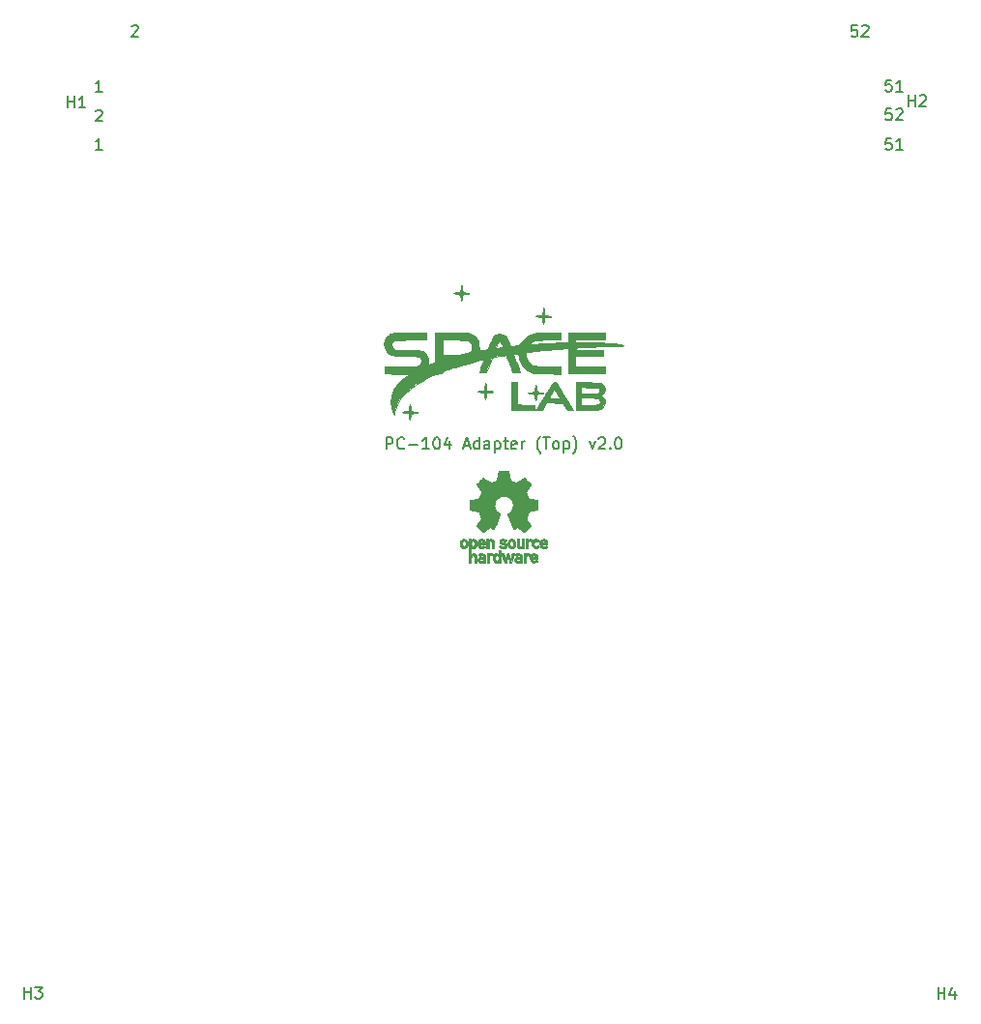
<source format=gto>
G04 #@! TF.GenerationSoftware,KiCad,Pcbnew,5.1.6-1.fc32*
G04 #@! TF.CreationDate,2020-09-20T21:59:19-03:00*
G04 #@! TF.ProjectId,pc104-adapter-top,70633130-342d-4616-9461-707465722d74,v2.0*
G04 #@! TF.SameCoordinates,Original*
G04 #@! TF.FileFunction,Legend,Top*
G04 #@! TF.FilePolarity,Positive*
%FSLAX46Y46*%
G04 Gerber Fmt 4.6, Leading zero omitted, Abs format (unit mm)*
G04 Created by KiCad (PCBNEW 5.1.6-1.fc32) date 2020-09-20 21:59:19*
%MOMM*%
%LPD*%
G01*
G04 APERTURE LIST*
%ADD10C,0.160000*%
%ADD11C,0.010000*%
%ADD12C,0.150000*%
G04 APERTURE END LIST*
D10*
X137214285Y-88952380D02*
X137214285Y-87952380D01*
X137595238Y-87952380D01*
X137690476Y-88000000D01*
X137738095Y-88047619D01*
X137785714Y-88142857D01*
X137785714Y-88285714D01*
X137738095Y-88380952D01*
X137690476Y-88428571D01*
X137595238Y-88476190D01*
X137214285Y-88476190D01*
X138785714Y-88857142D02*
X138738095Y-88904761D01*
X138595238Y-88952380D01*
X138500000Y-88952380D01*
X138357142Y-88904761D01*
X138261904Y-88809523D01*
X138214285Y-88714285D01*
X138166666Y-88523809D01*
X138166666Y-88380952D01*
X138214285Y-88190476D01*
X138261904Y-88095238D01*
X138357142Y-88000000D01*
X138500000Y-87952380D01*
X138595238Y-87952380D01*
X138738095Y-88000000D01*
X138785714Y-88047619D01*
X139214285Y-88571428D02*
X139976190Y-88571428D01*
X140976190Y-88952380D02*
X140404761Y-88952380D01*
X140690476Y-88952380D02*
X140690476Y-87952380D01*
X140595238Y-88095238D01*
X140500000Y-88190476D01*
X140404761Y-88238095D01*
X141595238Y-87952380D02*
X141690476Y-87952380D01*
X141785714Y-88000000D01*
X141833333Y-88047619D01*
X141880952Y-88142857D01*
X141928571Y-88333333D01*
X141928571Y-88571428D01*
X141880952Y-88761904D01*
X141833333Y-88857142D01*
X141785714Y-88904761D01*
X141690476Y-88952380D01*
X141595238Y-88952380D01*
X141500000Y-88904761D01*
X141452380Y-88857142D01*
X141404761Y-88761904D01*
X141357142Y-88571428D01*
X141357142Y-88333333D01*
X141404761Y-88142857D01*
X141452380Y-88047619D01*
X141500000Y-88000000D01*
X141595238Y-87952380D01*
X142785714Y-88285714D02*
X142785714Y-88952380D01*
X142547619Y-87904761D02*
X142309523Y-88619047D01*
X142928571Y-88619047D01*
X144023809Y-88666666D02*
X144500000Y-88666666D01*
X143928571Y-88952380D02*
X144261904Y-87952380D01*
X144595238Y-88952380D01*
X145357142Y-88952380D02*
X145357142Y-87952380D01*
X145357142Y-88904761D02*
X145261904Y-88952380D01*
X145071428Y-88952380D01*
X144976190Y-88904761D01*
X144928571Y-88857142D01*
X144880952Y-88761904D01*
X144880952Y-88476190D01*
X144928571Y-88380952D01*
X144976190Y-88333333D01*
X145071428Y-88285714D01*
X145261904Y-88285714D01*
X145357142Y-88333333D01*
X146261904Y-88952380D02*
X146261904Y-88428571D01*
X146214285Y-88333333D01*
X146119047Y-88285714D01*
X145928571Y-88285714D01*
X145833333Y-88333333D01*
X146261904Y-88904761D02*
X146166666Y-88952380D01*
X145928571Y-88952380D01*
X145833333Y-88904761D01*
X145785714Y-88809523D01*
X145785714Y-88714285D01*
X145833333Y-88619047D01*
X145928571Y-88571428D01*
X146166666Y-88571428D01*
X146261904Y-88523809D01*
X146738095Y-88285714D02*
X146738095Y-89285714D01*
X146738095Y-88333333D02*
X146833333Y-88285714D01*
X147023809Y-88285714D01*
X147119047Y-88333333D01*
X147166666Y-88380952D01*
X147214285Y-88476190D01*
X147214285Y-88761904D01*
X147166666Y-88857142D01*
X147119047Y-88904761D01*
X147023809Y-88952380D01*
X146833333Y-88952380D01*
X146738095Y-88904761D01*
X147500000Y-88285714D02*
X147880952Y-88285714D01*
X147642857Y-87952380D02*
X147642857Y-88809523D01*
X147690476Y-88904761D01*
X147785714Y-88952380D01*
X147880952Y-88952380D01*
X148595238Y-88904761D02*
X148500000Y-88952380D01*
X148309523Y-88952380D01*
X148214285Y-88904761D01*
X148166666Y-88809523D01*
X148166666Y-88428571D01*
X148214285Y-88333333D01*
X148309523Y-88285714D01*
X148500000Y-88285714D01*
X148595238Y-88333333D01*
X148642857Y-88428571D01*
X148642857Y-88523809D01*
X148166666Y-88619047D01*
X149071428Y-88952380D02*
X149071428Y-88285714D01*
X149071428Y-88476190D02*
X149119047Y-88380952D01*
X149166666Y-88333333D01*
X149261904Y-88285714D01*
X149357142Y-88285714D01*
X150738095Y-89333333D02*
X150690476Y-89285714D01*
X150595238Y-89142857D01*
X150547619Y-89047619D01*
X150500000Y-88904761D01*
X150452380Y-88666666D01*
X150452380Y-88476190D01*
X150500000Y-88238095D01*
X150547619Y-88095238D01*
X150595238Y-88000000D01*
X150690476Y-87857142D01*
X150738095Y-87809523D01*
X150976190Y-87952380D02*
X151547619Y-87952380D01*
X151261904Y-88952380D02*
X151261904Y-87952380D01*
X152023809Y-88952380D02*
X151928571Y-88904761D01*
X151880952Y-88857142D01*
X151833333Y-88761904D01*
X151833333Y-88476190D01*
X151880952Y-88380952D01*
X151928571Y-88333333D01*
X152023809Y-88285714D01*
X152166666Y-88285714D01*
X152261904Y-88333333D01*
X152309523Y-88380952D01*
X152357142Y-88476190D01*
X152357142Y-88761904D01*
X152309523Y-88857142D01*
X152261904Y-88904761D01*
X152166666Y-88952380D01*
X152023809Y-88952380D01*
X152785714Y-88285714D02*
X152785714Y-89285714D01*
X152785714Y-88333333D02*
X152880952Y-88285714D01*
X153071428Y-88285714D01*
X153166666Y-88333333D01*
X153214285Y-88380952D01*
X153261904Y-88476190D01*
X153261904Y-88761904D01*
X153214285Y-88857142D01*
X153166666Y-88904761D01*
X153071428Y-88952380D01*
X152880952Y-88952380D01*
X152785714Y-88904761D01*
X153595238Y-89333333D02*
X153642857Y-89285714D01*
X153738095Y-89142857D01*
X153785714Y-89047619D01*
X153833333Y-88904761D01*
X153880952Y-88666666D01*
X153880952Y-88476190D01*
X153833333Y-88238095D01*
X153785714Y-88095238D01*
X153738095Y-88000000D01*
X153642857Y-87857142D01*
X153595238Y-87809523D01*
X155023809Y-88285714D02*
X155261904Y-88952380D01*
X155500000Y-88285714D01*
X155833333Y-88047619D02*
X155880952Y-88000000D01*
X155976190Y-87952380D01*
X156214285Y-87952380D01*
X156309523Y-88000000D01*
X156357142Y-88047619D01*
X156404761Y-88142857D01*
X156404761Y-88238095D01*
X156357142Y-88380952D01*
X155785714Y-88952380D01*
X156404761Y-88952380D01*
X156833333Y-88857142D02*
X156880952Y-88904761D01*
X156833333Y-88952380D01*
X156785714Y-88904761D01*
X156833333Y-88857142D01*
X156833333Y-88952380D01*
X157500000Y-87952380D02*
X157595238Y-87952380D01*
X157690476Y-88000000D01*
X157738095Y-88047619D01*
X157785714Y-88142857D01*
X157833333Y-88333333D01*
X157833333Y-88571428D01*
X157785714Y-88761904D01*
X157738095Y-88857142D01*
X157690476Y-88904761D01*
X157595238Y-88952380D01*
X157500000Y-88952380D01*
X157404761Y-88904761D01*
X157357142Y-88857142D01*
X157309523Y-88761904D01*
X157261904Y-88571428D01*
X157261904Y-88333333D01*
X157309523Y-88142857D01*
X157357142Y-88047619D01*
X157404761Y-88000000D01*
X157500000Y-87952380D01*
D11*
G36*
X144963360Y-96852468D02*
G01*
X144998592Y-96869874D01*
X145042040Y-96900206D01*
X145073706Y-96933283D01*
X145095394Y-96974817D01*
X145108903Y-97030522D01*
X145116038Y-97106111D01*
X145118600Y-97207296D01*
X145118750Y-97250797D01*
X145118312Y-97346135D01*
X145116496Y-97414271D01*
X145112545Y-97461418D01*
X145105702Y-97493790D01*
X145095211Y-97517600D01*
X145084296Y-97533843D01*
X145014619Y-97602952D01*
X144932566Y-97644521D01*
X144844050Y-97657023D01*
X144754981Y-97638934D01*
X144726763Y-97626142D01*
X144659210Y-97590931D01*
X144659210Y-98142700D01*
X144708512Y-98117205D01*
X144773473Y-98097480D01*
X144853320Y-98092427D01*
X144933052Y-98101756D01*
X144993265Y-98122714D01*
X145043208Y-98162627D01*
X145085881Y-98219741D01*
X145089090Y-98225605D01*
X145102622Y-98253227D01*
X145112505Y-98281068D01*
X145119309Y-98314794D01*
X145123601Y-98360071D01*
X145125951Y-98422562D01*
X145126928Y-98507935D01*
X145127105Y-98604010D01*
X145127105Y-98910526D01*
X144943289Y-98910526D01*
X144943289Y-98345339D01*
X144891875Y-98302077D01*
X144838466Y-98267472D01*
X144787888Y-98261180D01*
X144737030Y-98277372D01*
X144709925Y-98293227D01*
X144689751Y-98315810D01*
X144675403Y-98349940D01*
X144665776Y-98400434D01*
X144659763Y-98472111D01*
X144656260Y-98569788D01*
X144655026Y-98634802D01*
X144650855Y-98902171D01*
X144563125Y-98907222D01*
X144475394Y-98912273D01*
X144475394Y-97253101D01*
X144659210Y-97253101D01*
X144663896Y-97345600D01*
X144679688Y-97409809D01*
X144709183Y-97449759D01*
X144754980Y-97469480D01*
X144801250Y-97473421D01*
X144853628Y-97468892D01*
X144888390Y-97451069D01*
X144910128Y-97427519D01*
X144927240Y-97402189D01*
X144937427Y-97373969D01*
X144941960Y-97334431D01*
X144942109Y-97275142D01*
X144940584Y-97225498D01*
X144937081Y-97150710D01*
X144931867Y-97101611D01*
X144923087Y-97070467D01*
X144908886Y-97049545D01*
X144895484Y-97037452D01*
X144839487Y-97011081D01*
X144773211Y-97006822D01*
X144735156Y-97015906D01*
X144697477Y-97048196D01*
X144672519Y-97111006D01*
X144660422Y-97203894D01*
X144659210Y-97253101D01*
X144475394Y-97253101D01*
X144475394Y-96838421D01*
X144567302Y-96838421D01*
X144622483Y-96840603D01*
X144650952Y-96848351D01*
X144659206Y-96863468D01*
X144659210Y-96863916D01*
X144663040Y-96878720D01*
X144679933Y-96877039D01*
X144713519Y-96860772D01*
X144791778Y-96835887D01*
X144879827Y-96833271D01*
X144963360Y-96852468D01*
G37*
X144963360Y-96852468D02*
X144998592Y-96869874D01*
X145042040Y-96900206D01*
X145073706Y-96933283D01*
X145095394Y-96974817D01*
X145108903Y-97030522D01*
X145116038Y-97106111D01*
X145118600Y-97207296D01*
X145118750Y-97250797D01*
X145118312Y-97346135D01*
X145116496Y-97414271D01*
X145112545Y-97461418D01*
X145105702Y-97493790D01*
X145095211Y-97517600D01*
X145084296Y-97533843D01*
X145014619Y-97602952D01*
X144932566Y-97644521D01*
X144844050Y-97657023D01*
X144754981Y-97638934D01*
X144726763Y-97626142D01*
X144659210Y-97590931D01*
X144659210Y-98142700D01*
X144708512Y-98117205D01*
X144773473Y-98097480D01*
X144853320Y-98092427D01*
X144933052Y-98101756D01*
X144993265Y-98122714D01*
X145043208Y-98162627D01*
X145085881Y-98219741D01*
X145089090Y-98225605D01*
X145102622Y-98253227D01*
X145112505Y-98281068D01*
X145119309Y-98314794D01*
X145123601Y-98360071D01*
X145125951Y-98422562D01*
X145126928Y-98507935D01*
X145127105Y-98604010D01*
X145127105Y-98910526D01*
X144943289Y-98910526D01*
X144943289Y-98345339D01*
X144891875Y-98302077D01*
X144838466Y-98267472D01*
X144787888Y-98261180D01*
X144737030Y-98277372D01*
X144709925Y-98293227D01*
X144689751Y-98315810D01*
X144675403Y-98349940D01*
X144665776Y-98400434D01*
X144659763Y-98472111D01*
X144656260Y-98569788D01*
X144655026Y-98634802D01*
X144650855Y-98902171D01*
X144563125Y-98907222D01*
X144475394Y-98912273D01*
X144475394Y-97253101D01*
X144659210Y-97253101D01*
X144663896Y-97345600D01*
X144679688Y-97409809D01*
X144709183Y-97449759D01*
X144754980Y-97469480D01*
X144801250Y-97473421D01*
X144853628Y-97468892D01*
X144888390Y-97451069D01*
X144910128Y-97427519D01*
X144927240Y-97402189D01*
X144937427Y-97373969D01*
X144941960Y-97334431D01*
X144942109Y-97275142D01*
X144940584Y-97225498D01*
X144937081Y-97150710D01*
X144931867Y-97101611D01*
X144923087Y-97070467D01*
X144908886Y-97049545D01*
X144895484Y-97037452D01*
X144839487Y-97011081D01*
X144773211Y-97006822D01*
X144735156Y-97015906D01*
X144697477Y-97048196D01*
X144672519Y-97111006D01*
X144660422Y-97203894D01*
X144659210Y-97253101D01*
X144475394Y-97253101D01*
X144475394Y-96838421D01*
X144567302Y-96838421D01*
X144622483Y-96840603D01*
X144650952Y-96848351D01*
X144659206Y-96863468D01*
X144659210Y-96863916D01*
X144663040Y-96878720D01*
X144679933Y-96877039D01*
X144713519Y-96860772D01*
X144791778Y-96835887D01*
X144879827Y-96833271D01*
X144963360Y-96852468D01*
G36*
X145660457Y-98098184D02*
G01*
X145739070Y-98119160D01*
X145798916Y-98157180D01*
X145841147Y-98206978D01*
X145854275Y-98228230D01*
X145863968Y-98250492D01*
X145870744Y-98278970D01*
X145875123Y-98318871D01*
X145877624Y-98375401D01*
X145878768Y-98453767D01*
X145879072Y-98559176D01*
X145879078Y-98587142D01*
X145879078Y-98910526D01*
X145798868Y-98910526D01*
X145747706Y-98906943D01*
X145709877Y-98897866D01*
X145700399Y-98892268D01*
X145674488Y-98882606D01*
X145648024Y-98892268D01*
X145604452Y-98904330D01*
X145541160Y-98909185D01*
X145471010Y-98907078D01*
X145406860Y-98898256D01*
X145369407Y-98886937D01*
X145296933Y-98840412D01*
X145251640Y-98775846D01*
X145231278Y-98690000D01*
X145231088Y-98687796D01*
X145232875Y-98649713D01*
X145394473Y-98649713D01*
X145408601Y-98693030D01*
X145431612Y-98717408D01*
X145477804Y-98735845D01*
X145538775Y-98743205D01*
X145600949Y-98739583D01*
X145650751Y-98725074D01*
X145664703Y-98715765D01*
X145689085Y-98672753D01*
X145695263Y-98623857D01*
X145695263Y-98559605D01*
X145602818Y-98559605D01*
X145514995Y-98566366D01*
X145448418Y-98585520D01*
X145407002Y-98615376D01*
X145394473Y-98649713D01*
X145232875Y-98649713D01*
X145235490Y-98594004D01*
X145266424Y-98519847D01*
X145324581Y-98463767D01*
X145332620Y-98458665D01*
X145367163Y-98442055D01*
X145409918Y-98431996D01*
X145469686Y-98427107D01*
X145540690Y-98425983D01*
X145695263Y-98425921D01*
X145695263Y-98361125D01*
X145688706Y-98310850D01*
X145671975Y-98277169D01*
X145670016Y-98275376D01*
X145632783Y-98260642D01*
X145576580Y-98254931D01*
X145514467Y-98257737D01*
X145459510Y-98268556D01*
X145426899Y-98284782D01*
X145409228Y-98297780D01*
X145390569Y-98300262D01*
X145364819Y-98289613D01*
X145325873Y-98263218D01*
X145267630Y-98218465D01*
X145262284Y-98214273D01*
X145265023Y-98198760D01*
X145287876Y-98172960D01*
X145322609Y-98144289D01*
X145360990Y-98120166D01*
X145373048Y-98114470D01*
X145417034Y-98103103D01*
X145481487Y-98094995D01*
X145553497Y-98091743D01*
X145556864Y-98091736D01*
X145660457Y-98098184D01*
G37*
X145660457Y-98098184D02*
X145739070Y-98119160D01*
X145798916Y-98157180D01*
X145841147Y-98206978D01*
X145854275Y-98228230D01*
X145863968Y-98250492D01*
X145870744Y-98278970D01*
X145875123Y-98318871D01*
X145877624Y-98375401D01*
X145878768Y-98453767D01*
X145879072Y-98559176D01*
X145879078Y-98587142D01*
X145879078Y-98910526D01*
X145798868Y-98910526D01*
X145747706Y-98906943D01*
X145709877Y-98897866D01*
X145700399Y-98892268D01*
X145674488Y-98882606D01*
X145648024Y-98892268D01*
X145604452Y-98904330D01*
X145541160Y-98909185D01*
X145471010Y-98907078D01*
X145406860Y-98898256D01*
X145369407Y-98886937D01*
X145296933Y-98840412D01*
X145251640Y-98775846D01*
X145231278Y-98690000D01*
X145231088Y-98687796D01*
X145232875Y-98649713D01*
X145394473Y-98649713D01*
X145408601Y-98693030D01*
X145431612Y-98717408D01*
X145477804Y-98735845D01*
X145538775Y-98743205D01*
X145600949Y-98739583D01*
X145650751Y-98725074D01*
X145664703Y-98715765D01*
X145689085Y-98672753D01*
X145695263Y-98623857D01*
X145695263Y-98559605D01*
X145602818Y-98559605D01*
X145514995Y-98566366D01*
X145448418Y-98585520D01*
X145407002Y-98615376D01*
X145394473Y-98649713D01*
X145232875Y-98649713D01*
X145235490Y-98594004D01*
X145266424Y-98519847D01*
X145324581Y-98463767D01*
X145332620Y-98458665D01*
X145367163Y-98442055D01*
X145409918Y-98431996D01*
X145469686Y-98427107D01*
X145540690Y-98425983D01*
X145695263Y-98425921D01*
X145695263Y-98361125D01*
X145688706Y-98310850D01*
X145671975Y-98277169D01*
X145670016Y-98275376D01*
X145632783Y-98260642D01*
X145576580Y-98254931D01*
X145514467Y-98257737D01*
X145459510Y-98268556D01*
X145426899Y-98284782D01*
X145409228Y-98297780D01*
X145390569Y-98300262D01*
X145364819Y-98289613D01*
X145325873Y-98263218D01*
X145267630Y-98218465D01*
X145262284Y-98214273D01*
X145265023Y-98198760D01*
X145287876Y-98172960D01*
X145322609Y-98144289D01*
X145360990Y-98120166D01*
X145373048Y-98114470D01*
X145417034Y-98103103D01*
X145481487Y-98094995D01*
X145553497Y-98091743D01*
X145556864Y-98091736D01*
X145660457Y-98098184D01*
G36*
X146179881Y-98093486D02*
G01*
X146204888Y-98100982D01*
X146212950Y-98117451D01*
X146213289Y-98124886D01*
X146214736Y-98145594D01*
X146224698Y-98148845D01*
X146251612Y-98134648D01*
X146267598Y-98124948D01*
X146318033Y-98104175D01*
X146378272Y-98093904D01*
X146441434Y-98093114D01*
X146500637Y-98100786D01*
X146549002Y-98115898D01*
X146579646Y-98137432D01*
X146585689Y-98164366D01*
X146582639Y-98171660D01*
X146560406Y-98201937D01*
X146525930Y-98239175D01*
X146519694Y-98245195D01*
X146486833Y-98272875D01*
X146458480Y-98281818D01*
X146418827Y-98275576D01*
X146402942Y-98271429D01*
X146353509Y-98261467D01*
X146318752Y-98265947D01*
X146289400Y-98281746D01*
X146262513Y-98302949D01*
X146242710Y-98329614D01*
X146228948Y-98366827D01*
X146220184Y-98419673D01*
X146215374Y-98493237D01*
X146213474Y-98592605D01*
X146213289Y-98652601D01*
X146213289Y-98910526D01*
X146046184Y-98910526D01*
X146046184Y-98091710D01*
X146129736Y-98091710D01*
X146179881Y-98093486D01*
G37*
X146179881Y-98093486D02*
X146204888Y-98100982D01*
X146212950Y-98117451D01*
X146213289Y-98124886D01*
X146214736Y-98145594D01*
X146224698Y-98148845D01*
X146251612Y-98134648D01*
X146267598Y-98124948D01*
X146318033Y-98104175D01*
X146378272Y-98093904D01*
X146441434Y-98093114D01*
X146500637Y-98100786D01*
X146549002Y-98115898D01*
X146579646Y-98137432D01*
X146585689Y-98164366D01*
X146582639Y-98171660D01*
X146560406Y-98201937D01*
X146525930Y-98239175D01*
X146519694Y-98245195D01*
X146486833Y-98272875D01*
X146458480Y-98281818D01*
X146418827Y-98275576D01*
X146402942Y-98271429D01*
X146353509Y-98261467D01*
X146318752Y-98265947D01*
X146289400Y-98281746D01*
X146262513Y-98302949D01*
X146242710Y-98329614D01*
X146228948Y-98366827D01*
X146220184Y-98419673D01*
X146215374Y-98493237D01*
X146213474Y-98592605D01*
X146213289Y-98652601D01*
X146213289Y-98910526D01*
X146046184Y-98910526D01*
X146046184Y-98091710D01*
X146129736Y-98091710D01*
X146179881Y-98093486D01*
G36*
X147232631Y-98910526D02*
G01*
X147140723Y-98910526D01*
X147087377Y-98908962D01*
X147059593Y-98902485D01*
X147049590Y-98888418D01*
X147048815Y-98878906D01*
X147047128Y-98859832D01*
X147036490Y-98856174D01*
X147008535Y-98867932D01*
X146986795Y-98878906D01*
X146903332Y-98904911D01*
X146812604Y-98906416D01*
X146738842Y-98887021D01*
X146670154Y-98840165D01*
X146617794Y-98771004D01*
X146589122Y-98689427D01*
X146588392Y-98684866D01*
X146584132Y-98635101D01*
X146582014Y-98563659D01*
X146582184Y-98509626D01*
X146764720Y-98509626D01*
X146768949Y-98581441D01*
X146778568Y-98640634D01*
X146791590Y-98674060D01*
X146840856Y-98719740D01*
X146899350Y-98736115D01*
X146959671Y-98722873D01*
X147011217Y-98683373D01*
X147030738Y-98656807D01*
X147042152Y-98625106D01*
X147047498Y-98578832D01*
X147048815Y-98509328D01*
X147046458Y-98440499D01*
X147040233Y-98380026D01*
X147031408Y-98339556D01*
X147029937Y-98335929D01*
X146994347Y-98292802D01*
X146942400Y-98269124D01*
X146884278Y-98265301D01*
X146830160Y-98281738D01*
X146790226Y-98318840D01*
X146786083Y-98326222D01*
X146773116Y-98371239D01*
X146766052Y-98435967D01*
X146764720Y-98509626D01*
X146582184Y-98509626D01*
X146582271Y-98482230D01*
X146583472Y-98438405D01*
X146591645Y-98329988D01*
X146608630Y-98248588D01*
X146636887Y-98188412D01*
X146678872Y-98143666D01*
X146719632Y-98117400D01*
X146776581Y-98098935D01*
X146847411Y-98092602D01*
X146919941Y-98097760D01*
X146981986Y-98113769D01*
X147014768Y-98132920D01*
X147048815Y-98163732D01*
X147048815Y-97774210D01*
X147232631Y-97774210D01*
X147232631Y-98910526D01*
G37*
X147232631Y-98910526D02*
X147140723Y-98910526D01*
X147087377Y-98908962D01*
X147059593Y-98902485D01*
X147049590Y-98888418D01*
X147048815Y-98878906D01*
X147047128Y-98859832D01*
X147036490Y-98856174D01*
X147008535Y-98867932D01*
X146986795Y-98878906D01*
X146903332Y-98904911D01*
X146812604Y-98906416D01*
X146738842Y-98887021D01*
X146670154Y-98840165D01*
X146617794Y-98771004D01*
X146589122Y-98689427D01*
X146588392Y-98684866D01*
X146584132Y-98635101D01*
X146582014Y-98563659D01*
X146582184Y-98509626D01*
X146764720Y-98509626D01*
X146768949Y-98581441D01*
X146778568Y-98640634D01*
X146791590Y-98674060D01*
X146840856Y-98719740D01*
X146899350Y-98736115D01*
X146959671Y-98722873D01*
X147011217Y-98683373D01*
X147030738Y-98656807D01*
X147042152Y-98625106D01*
X147047498Y-98578832D01*
X147048815Y-98509328D01*
X147046458Y-98440499D01*
X147040233Y-98380026D01*
X147031408Y-98339556D01*
X147029937Y-98335929D01*
X146994347Y-98292802D01*
X146942400Y-98269124D01*
X146884278Y-98265301D01*
X146830160Y-98281738D01*
X146790226Y-98318840D01*
X146786083Y-98326222D01*
X146773116Y-98371239D01*
X146766052Y-98435967D01*
X146764720Y-98509626D01*
X146582184Y-98509626D01*
X146582271Y-98482230D01*
X146583472Y-98438405D01*
X146591645Y-98329988D01*
X146608630Y-98248588D01*
X146636887Y-98188412D01*
X146678872Y-98143666D01*
X146719632Y-98117400D01*
X146776581Y-98098935D01*
X146847411Y-98092602D01*
X146919941Y-98097760D01*
X146981986Y-98113769D01*
X147014768Y-98132920D01*
X147048815Y-98163732D01*
X147048815Y-97774210D01*
X147232631Y-97774210D01*
X147232631Y-98910526D01*
G36*
X147874130Y-98095104D02*
G01*
X147940220Y-98100066D01*
X148026626Y-98359079D01*
X148113031Y-98618092D01*
X148140124Y-98526184D01*
X148156428Y-98469384D01*
X148177875Y-98392625D01*
X148201035Y-98308251D01*
X148213280Y-98262993D01*
X148259344Y-98091710D01*
X148449387Y-98091710D01*
X148392582Y-98271349D01*
X148364607Y-98359704D01*
X148330813Y-98466281D01*
X148295520Y-98577454D01*
X148264013Y-98676579D01*
X148192250Y-98902171D01*
X148037286Y-98912253D01*
X147995270Y-98773528D01*
X147969359Y-98687351D01*
X147941083Y-98592347D01*
X147916369Y-98508441D01*
X147915394Y-98505102D01*
X147896935Y-98448248D01*
X147880649Y-98409456D01*
X147869242Y-98394787D01*
X147866898Y-98396483D01*
X147858671Y-98419225D01*
X147843038Y-98467940D01*
X147821904Y-98536502D01*
X147797170Y-98618785D01*
X147783787Y-98664046D01*
X147711311Y-98910526D01*
X147557495Y-98910526D01*
X147434531Y-98522006D01*
X147399988Y-98413022D01*
X147368521Y-98314048D01*
X147341616Y-98229736D01*
X147320759Y-98164734D01*
X147307438Y-98123692D01*
X147303388Y-98111701D01*
X147306594Y-98099423D01*
X147331765Y-98094046D01*
X147384146Y-98094584D01*
X147392345Y-98094990D01*
X147489482Y-98100066D01*
X147553100Y-98334013D01*
X147576484Y-98419333D01*
X147597381Y-98494335D01*
X147613951Y-98552507D01*
X147624354Y-98587337D01*
X147626276Y-98593016D01*
X147634241Y-98586486D01*
X147650304Y-98552654D01*
X147672621Y-98496127D01*
X147699345Y-98421510D01*
X147721937Y-98354107D01*
X147808041Y-98090143D01*
X147874130Y-98095104D01*
G37*
X147874130Y-98095104D02*
X147940220Y-98100066D01*
X148026626Y-98359079D01*
X148113031Y-98618092D01*
X148140124Y-98526184D01*
X148156428Y-98469384D01*
X148177875Y-98392625D01*
X148201035Y-98308251D01*
X148213280Y-98262993D01*
X148259344Y-98091710D01*
X148449387Y-98091710D01*
X148392582Y-98271349D01*
X148364607Y-98359704D01*
X148330813Y-98466281D01*
X148295520Y-98577454D01*
X148264013Y-98676579D01*
X148192250Y-98902171D01*
X148037286Y-98912253D01*
X147995270Y-98773528D01*
X147969359Y-98687351D01*
X147941083Y-98592347D01*
X147916369Y-98508441D01*
X147915394Y-98505102D01*
X147896935Y-98448248D01*
X147880649Y-98409456D01*
X147869242Y-98394787D01*
X147866898Y-98396483D01*
X147858671Y-98419225D01*
X147843038Y-98467940D01*
X147821904Y-98536502D01*
X147797170Y-98618785D01*
X147783787Y-98664046D01*
X147711311Y-98910526D01*
X147557495Y-98910526D01*
X147434531Y-98522006D01*
X147399988Y-98413022D01*
X147368521Y-98314048D01*
X147341616Y-98229736D01*
X147320759Y-98164734D01*
X147307438Y-98123692D01*
X147303388Y-98111701D01*
X147306594Y-98099423D01*
X147331765Y-98094046D01*
X147384146Y-98094584D01*
X147392345Y-98094990D01*
X147489482Y-98100066D01*
X147553100Y-98334013D01*
X147576484Y-98419333D01*
X147597381Y-98494335D01*
X147613951Y-98552507D01*
X147624354Y-98587337D01*
X147626276Y-98593016D01*
X147634241Y-98586486D01*
X147650304Y-98552654D01*
X147672621Y-98496127D01*
X147699345Y-98421510D01*
X147721937Y-98354107D01*
X147808041Y-98090143D01*
X147874130Y-98095104D01*
G36*
X148879992Y-98096673D02*
G01*
X148950427Y-98113780D01*
X148970787Y-98122844D01*
X149010253Y-98146583D01*
X149040541Y-98173321D01*
X149062952Y-98207699D01*
X149078786Y-98254360D01*
X149089343Y-98317946D01*
X149095924Y-98403099D01*
X149099828Y-98514462D01*
X149101310Y-98588849D01*
X149106765Y-98910526D01*
X149013580Y-98910526D01*
X148957047Y-98908156D01*
X148927922Y-98900055D01*
X148920394Y-98886451D01*
X148916420Y-98871741D01*
X148898652Y-98874554D01*
X148874440Y-98886348D01*
X148813828Y-98904427D01*
X148735929Y-98909299D01*
X148653995Y-98901330D01*
X148581281Y-98880889D01*
X148574759Y-98878051D01*
X148508302Y-98831365D01*
X148464491Y-98766464D01*
X148444332Y-98690600D01*
X148445872Y-98663344D01*
X148610345Y-98663344D01*
X148624837Y-98700024D01*
X148667805Y-98726309D01*
X148737129Y-98740417D01*
X148774177Y-98742290D01*
X148835919Y-98737494D01*
X148876960Y-98718858D01*
X148886973Y-98710000D01*
X148914100Y-98661806D01*
X148920394Y-98618092D01*
X148920394Y-98559605D01*
X148838930Y-98559605D01*
X148744234Y-98564432D01*
X148677813Y-98579613D01*
X148635846Y-98606200D01*
X148626449Y-98618052D01*
X148610345Y-98663344D01*
X148445872Y-98663344D01*
X148448829Y-98611026D01*
X148478985Y-98534995D01*
X148520131Y-98483612D01*
X148545052Y-98461397D01*
X148569448Y-98446798D01*
X148601191Y-98437897D01*
X148648152Y-98432775D01*
X148718204Y-98429515D01*
X148745990Y-98428577D01*
X148920394Y-98422879D01*
X148920138Y-98370091D01*
X148913384Y-98314603D01*
X148888964Y-98281052D01*
X148839630Y-98259618D01*
X148838306Y-98259236D01*
X148768360Y-98250808D01*
X148699914Y-98261816D01*
X148649047Y-98288585D01*
X148628637Y-98301803D01*
X148606654Y-98299974D01*
X148572826Y-98280824D01*
X148552961Y-98267308D01*
X148514106Y-98238432D01*
X148490038Y-98216786D01*
X148486176Y-98210589D01*
X148502079Y-98178519D01*
X148549065Y-98140219D01*
X148569473Y-98127297D01*
X148628143Y-98105041D01*
X148707212Y-98092432D01*
X148795041Y-98089600D01*
X148879992Y-98096673D01*
G37*
X148879992Y-98096673D02*
X148950427Y-98113780D01*
X148970787Y-98122844D01*
X149010253Y-98146583D01*
X149040541Y-98173321D01*
X149062952Y-98207699D01*
X149078786Y-98254360D01*
X149089343Y-98317946D01*
X149095924Y-98403099D01*
X149099828Y-98514462D01*
X149101310Y-98588849D01*
X149106765Y-98910526D01*
X149013580Y-98910526D01*
X148957047Y-98908156D01*
X148927922Y-98900055D01*
X148920394Y-98886451D01*
X148916420Y-98871741D01*
X148898652Y-98874554D01*
X148874440Y-98886348D01*
X148813828Y-98904427D01*
X148735929Y-98909299D01*
X148653995Y-98901330D01*
X148581281Y-98880889D01*
X148574759Y-98878051D01*
X148508302Y-98831365D01*
X148464491Y-98766464D01*
X148444332Y-98690600D01*
X148445872Y-98663344D01*
X148610345Y-98663344D01*
X148624837Y-98700024D01*
X148667805Y-98726309D01*
X148737129Y-98740417D01*
X148774177Y-98742290D01*
X148835919Y-98737494D01*
X148876960Y-98718858D01*
X148886973Y-98710000D01*
X148914100Y-98661806D01*
X148920394Y-98618092D01*
X148920394Y-98559605D01*
X148838930Y-98559605D01*
X148744234Y-98564432D01*
X148677813Y-98579613D01*
X148635846Y-98606200D01*
X148626449Y-98618052D01*
X148610345Y-98663344D01*
X148445872Y-98663344D01*
X148448829Y-98611026D01*
X148478985Y-98534995D01*
X148520131Y-98483612D01*
X148545052Y-98461397D01*
X148569448Y-98446798D01*
X148601191Y-98437897D01*
X148648152Y-98432775D01*
X148718204Y-98429515D01*
X148745990Y-98428577D01*
X148920394Y-98422879D01*
X148920138Y-98370091D01*
X148913384Y-98314603D01*
X148888964Y-98281052D01*
X148839630Y-98259618D01*
X148838306Y-98259236D01*
X148768360Y-98250808D01*
X148699914Y-98261816D01*
X148649047Y-98288585D01*
X148628637Y-98301803D01*
X148606654Y-98299974D01*
X148572826Y-98280824D01*
X148552961Y-98267308D01*
X148514106Y-98238432D01*
X148490038Y-98216786D01*
X148486176Y-98210589D01*
X148502079Y-98178519D01*
X148549065Y-98140219D01*
X148569473Y-98127297D01*
X148628143Y-98105041D01*
X148707212Y-98092432D01*
X148795041Y-98089600D01*
X148879992Y-98096673D01*
G36*
X149673167Y-98091447D02*
G01*
X149737408Y-98104112D01*
X149773980Y-98122864D01*
X149812453Y-98154017D01*
X149757717Y-98223127D01*
X149723969Y-98264979D01*
X149701053Y-98285398D01*
X149678279Y-98288517D01*
X149644956Y-98278472D01*
X149629314Y-98272789D01*
X149565542Y-98264404D01*
X149507140Y-98282378D01*
X149464264Y-98322982D01*
X149457299Y-98335929D01*
X149449713Y-98370224D01*
X149443859Y-98433427D01*
X149440011Y-98521060D01*
X149438443Y-98628640D01*
X149438421Y-98643944D01*
X149438421Y-98910526D01*
X149254605Y-98910526D01*
X149254605Y-98091710D01*
X149346513Y-98091710D01*
X149399507Y-98093094D01*
X149427115Y-98099252D01*
X149437324Y-98113194D01*
X149438421Y-98126344D01*
X149438421Y-98160978D01*
X149482450Y-98126344D01*
X149532937Y-98102716D01*
X149600760Y-98091033D01*
X149673167Y-98091447D01*
G37*
X149673167Y-98091447D02*
X149737408Y-98104112D01*
X149773980Y-98122864D01*
X149812453Y-98154017D01*
X149757717Y-98223127D01*
X149723969Y-98264979D01*
X149701053Y-98285398D01*
X149678279Y-98288517D01*
X149644956Y-98278472D01*
X149629314Y-98272789D01*
X149565542Y-98264404D01*
X149507140Y-98282378D01*
X149464264Y-98322982D01*
X149457299Y-98335929D01*
X149449713Y-98370224D01*
X149443859Y-98433427D01*
X149440011Y-98521060D01*
X149438443Y-98628640D01*
X149438421Y-98643944D01*
X149438421Y-98910526D01*
X149254605Y-98910526D01*
X149254605Y-98091710D01*
X149346513Y-98091710D01*
X149399507Y-98093094D01*
X149427115Y-98099252D01*
X149437324Y-98113194D01*
X149438421Y-98126344D01*
X149438421Y-98160978D01*
X149482450Y-98126344D01*
X149532937Y-98102716D01*
X149600760Y-98091033D01*
X149673167Y-98091447D01*
G36*
X150201193Y-98096078D02*
G01*
X150281068Y-98116845D01*
X150347962Y-98159705D01*
X150380351Y-98191723D01*
X150433445Y-98267413D01*
X150463873Y-98355216D01*
X150474327Y-98463150D01*
X150474380Y-98471875D01*
X150474473Y-98559605D01*
X149969534Y-98559605D01*
X149980298Y-98605559D01*
X149999732Y-98647178D01*
X150033745Y-98690544D01*
X150040860Y-98697467D01*
X150102003Y-98734935D01*
X150171729Y-98741289D01*
X150251987Y-98716638D01*
X150265592Y-98710000D01*
X150307319Y-98689819D01*
X150335268Y-98678321D01*
X150340145Y-98677258D01*
X150357168Y-98687583D01*
X150389633Y-98712845D01*
X150406114Y-98726650D01*
X150440264Y-98758361D01*
X150451478Y-98779299D01*
X150443695Y-98798560D01*
X150439535Y-98803827D01*
X150411357Y-98826878D01*
X150364862Y-98854892D01*
X150332434Y-98871246D01*
X150240385Y-98900059D01*
X150138476Y-98909395D01*
X150041963Y-98898332D01*
X150014934Y-98890412D01*
X149931276Y-98845581D01*
X149869266Y-98776598D01*
X149828545Y-98682794D01*
X149808755Y-98563498D01*
X149806582Y-98501118D01*
X149812926Y-98410298D01*
X149973157Y-98410298D01*
X149988655Y-98417012D01*
X150030312Y-98422280D01*
X150090876Y-98425389D01*
X150131907Y-98425921D01*
X150205711Y-98425408D01*
X150252293Y-98423006D01*
X150277848Y-98417422D01*
X150288569Y-98407361D01*
X150290657Y-98392763D01*
X150276331Y-98347796D01*
X150240262Y-98303353D01*
X150192815Y-98269242D01*
X150145349Y-98255288D01*
X150080879Y-98267666D01*
X150025070Y-98303452D01*
X149986374Y-98355033D01*
X149973157Y-98410298D01*
X149812926Y-98410298D01*
X149815821Y-98368866D01*
X149844336Y-98263498D01*
X149892729Y-98184178D01*
X149961604Y-98130071D01*
X150051565Y-98100343D01*
X150100300Y-98094618D01*
X150201193Y-98096078D01*
G37*
X150201193Y-98096078D02*
X150281068Y-98116845D01*
X150347962Y-98159705D01*
X150380351Y-98191723D01*
X150433445Y-98267413D01*
X150463873Y-98355216D01*
X150474327Y-98463150D01*
X150474380Y-98471875D01*
X150474473Y-98559605D01*
X149969534Y-98559605D01*
X149980298Y-98605559D01*
X149999732Y-98647178D01*
X150033745Y-98690544D01*
X150040860Y-98697467D01*
X150102003Y-98734935D01*
X150171729Y-98741289D01*
X150251987Y-98716638D01*
X150265592Y-98710000D01*
X150307319Y-98689819D01*
X150335268Y-98678321D01*
X150340145Y-98677258D01*
X150357168Y-98687583D01*
X150389633Y-98712845D01*
X150406114Y-98726650D01*
X150440264Y-98758361D01*
X150451478Y-98779299D01*
X150443695Y-98798560D01*
X150439535Y-98803827D01*
X150411357Y-98826878D01*
X150364862Y-98854892D01*
X150332434Y-98871246D01*
X150240385Y-98900059D01*
X150138476Y-98909395D01*
X150041963Y-98898332D01*
X150014934Y-98890412D01*
X149931276Y-98845581D01*
X149869266Y-98776598D01*
X149828545Y-98682794D01*
X149808755Y-98563498D01*
X149806582Y-98501118D01*
X149812926Y-98410298D01*
X149973157Y-98410298D01*
X149988655Y-98417012D01*
X150030312Y-98422280D01*
X150090876Y-98425389D01*
X150131907Y-98425921D01*
X150205711Y-98425408D01*
X150252293Y-98423006D01*
X150277848Y-98417422D01*
X150288569Y-98407361D01*
X150290657Y-98392763D01*
X150276331Y-98347796D01*
X150240262Y-98303353D01*
X150192815Y-98269242D01*
X150145349Y-98255288D01*
X150080879Y-98267666D01*
X150025070Y-98303452D01*
X149986374Y-98355033D01*
X149973157Y-98410298D01*
X149812926Y-98410298D01*
X149815821Y-98368866D01*
X149844336Y-98263498D01*
X149892729Y-98184178D01*
X149961604Y-98130071D01*
X150051565Y-98100343D01*
X150100300Y-98094618D01*
X150201193Y-98096078D01*
G36*
X144126784Y-96847104D02*
G01*
X144214205Y-96885754D01*
X144280570Y-96950290D01*
X144325976Y-97040812D01*
X144350518Y-97157418D01*
X144352277Y-97175624D01*
X144353656Y-97303984D01*
X144335784Y-97416496D01*
X144299750Y-97507688D01*
X144280455Y-97537022D01*
X144213245Y-97599106D01*
X144127650Y-97639316D01*
X144031890Y-97656003D01*
X143934187Y-97647517D01*
X143859917Y-97621380D01*
X143796047Y-97577335D01*
X143743846Y-97519587D01*
X143742943Y-97518236D01*
X143721744Y-97482593D01*
X143707967Y-97446752D01*
X143699624Y-97401519D01*
X143694727Y-97337701D01*
X143692569Y-97285368D01*
X143691671Y-97237910D01*
X143858743Y-97237910D01*
X143860376Y-97285154D01*
X143866304Y-97348046D01*
X143876761Y-97388407D01*
X143895619Y-97417122D01*
X143913281Y-97433896D01*
X143975894Y-97469016D01*
X144041408Y-97473710D01*
X144102421Y-97448440D01*
X144132928Y-97420124D01*
X144154911Y-97391589D01*
X144167769Y-97364284D01*
X144173412Y-97328750D01*
X144173751Y-97275524D01*
X144172012Y-97226506D01*
X144168271Y-97156482D01*
X144162341Y-97111064D01*
X144151653Y-97081440D01*
X144133639Y-97058797D01*
X144119363Y-97045855D01*
X144059651Y-97011860D01*
X143995234Y-97010165D01*
X143941219Y-97030301D01*
X143895140Y-97072352D01*
X143867689Y-97141428D01*
X143858743Y-97237910D01*
X143691671Y-97237910D01*
X143690599Y-97181299D01*
X143693964Y-97103468D01*
X143704045Y-97044930D01*
X143722226Y-96998737D01*
X143749890Y-96957942D01*
X143760146Y-96945828D01*
X143824278Y-96885474D01*
X143893066Y-96850220D01*
X143977189Y-96835450D01*
X144018209Y-96834243D01*
X144126784Y-96847104D01*
G37*
X144126784Y-96847104D02*
X144214205Y-96885754D01*
X144280570Y-96950290D01*
X144325976Y-97040812D01*
X144350518Y-97157418D01*
X144352277Y-97175624D01*
X144353656Y-97303984D01*
X144335784Y-97416496D01*
X144299750Y-97507688D01*
X144280455Y-97537022D01*
X144213245Y-97599106D01*
X144127650Y-97639316D01*
X144031890Y-97656003D01*
X143934187Y-97647517D01*
X143859917Y-97621380D01*
X143796047Y-97577335D01*
X143743846Y-97519587D01*
X143742943Y-97518236D01*
X143721744Y-97482593D01*
X143707967Y-97446752D01*
X143699624Y-97401519D01*
X143694727Y-97337701D01*
X143692569Y-97285368D01*
X143691671Y-97237910D01*
X143858743Y-97237910D01*
X143860376Y-97285154D01*
X143866304Y-97348046D01*
X143876761Y-97388407D01*
X143895619Y-97417122D01*
X143913281Y-97433896D01*
X143975894Y-97469016D01*
X144041408Y-97473710D01*
X144102421Y-97448440D01*
X144132928Y-97420124D01*
X144154911Y-97391589D01*
X144167769Y-97364284D01*
X144173412Y-97328750D01*
X144173751Y-97275524D01*
X144172012Y-97226506D01*
X144168271Y-97156482D01*
X144162341Y-97111064D01*
X144151653Y-97081440D01*
X144133639Y-97058797D01*
X144119363Y-97045855D01*
X144059651Y-97011860D01*
X143995234Y-97010165D01*
X143941219Y-97030301D01*
X143895140Y-97072352D01*
X143867689Y-97141428D01*
X143858743Y-97237910D01*
X143691671Y-97237910D01*
X143690599Y-97181299D01*
X143693964Y-97103468D01*
X143704045Y-97044930D01*
X143722226Y-96998737D01*
X143749890Y-96957942D01*
X143760146Y-96945828D01*
X143824278Y-96885474D01*
X143893066Y-96850220D01*
X143977189Y-96835450D01*
X144018209Y-96834243D01*
X144126784Y-96847104D01*
G36*
X145697018Y-96857027D02*
G01*
X145713670Y-96864866D01*
X145771305Y-96907086D01*
X145825805Y-96968700D01*
X145866499Y-97036543D01*
X145878074Y-97067734D01*
X145888634Y-97123449D01*
X145894931Y-97190781D01*
X145895696Y-97218585D01*
X145895789Y-97306316D01*
X145390850Y-97306316D01*
X145401613Y-97352270D01*
X145428033Y-97406620D01*
X145474222Y-97453591D01*
X145529172Y-97483848D01*
X145564189Y-97490131D01*
X145611677Y-97482506D01*
X145668335Y-97463383D01*
X145687582Y-97454584D01*
X145758759Y-97419036D01*
X145819502Y-97465367D01*
X145854552Y-97496703D01*
X145873202Y-97522567D01*
X145874147Y-97530158D01*
X145857485Y-97548556D01*
X145820970Y-97576515D01*
X145787828Y-97598327D01*
X145698393Y-97637537D01*
X145598129Y-97655285D01*
X145498754Y-97650670D01*
X145419539Y-97626551D01*
X145337880Y-97574884D01*
X145279849Y-97506856D01*
X145243546Y-97418843D01*
X145227072Y-97307216D01*
X145225611Y-97256138D01*
X145231457Y-97139091D01*
X145232175Y-97135686D01*
X145399489Y-97135686D01*
X145404097Y-97146662D01*
X145423036Y-97152715D01*
X145462098Y-97155310D01*
X145527077Y-97155910D01*
X145552097Y-97155921D01*
X145628221Y-97155014D01*
X145676496Y-97151720D01*
X145702460Y-97145181D01*
X145711648Y-97134537D01*
X145711973Y-97131119D01*
X145701487Y-97103956D01*
X145675242Y-97065903D01*
X145663959Y-97052579D01*
X145622072Y-97014896D01*
X145578409Y-97000080D01*
X145554885Y-96998842D01*
X145491243Y-97014329D01*
X145437873Y-97055930D01*
X145404019Y-97116353D01*
X145403419Y-97118322D01*
X145399489Y-97135686D01*
X145232175Y-97135686D01*
X145250899Y-97046928D01*
X145285922Y-96973190D01*
X145328756Y-96920848D01*
X145407948Y-96864092D01*
X145501040Y-96833762D01*
X145600055Y-96831021D01*
X145697018Y-96857027D01*
G37*
X145697018Y-96857027D02*
X145713670Y-96864866D01*
X145771305Y-96907086D01*
X145825805Y-96968700D01*
X145866499Y-97036543D01*
X145878074Y-97067734D01*
X145888634Y-97123449D01*
X145894931Y-97190781D01*
X145895696Y-97218585D01*
X145895789Y-97306316D01*
X145390850Y-97306316D01*
X145401613Y-97352270D01*
X145428033Y-97406620D01*
X145474222Y-97453591D01*
X145529172Y-97483848D01*
X145564189Y-97490131D01*
X145611677Y-97482506D01*
X145668335Y-97463383D01*
X145687582Y-97454584D01*
X145758759Y-97419036D01*
X145819502Y-97465367D01*
X145854552Y-97496703D01*
X145873202Y-97522567D01*
X145874147Y-97530158D01*
X145857485Y-97548556D01*
X145820970Y-97576515D01*
X145787828Y-97598327D01*
X145698393Y-97637537D01*
X145598129Y-97655285D01*
X145498754Y-97650670D01*
X145419539Y-97626551D01*
X145337880Y-97574884D01*
X145279849Y-97506856D01*
X145243546Y-97418843D01*
X145227072Y-97307216D01*
X145225611Y-97256138D01*
X145231457Y-97139091D01*
X145232175Y-97135686D01*
X145399489Y-97135686D01*
X145404097Y-97146662D01*
X145423036Y-97152715D01*
X145462098Y-97155310D01*
X145527077Y-97155910D01*
X145552097Y-97155921D01*
X145628221Y-97155014D01*
X145676496Y-97151720D01*
X145702460Y-97145181D01*
X145711648Y-97134537D01*
X145711973Y-97131119D01*
X145701487Y-97103956D01*
X145675242Y-97065903D01*
X145663959Y-97052579D01*
X145622072Y-97014896D01*
X145578409Y-97000080D01*
X145554885Y-96998842D01*
X145491243Y-97014329D01*
X145437873Y-97055930D01*
X145404019Y-97116353D01*
X145403419Y-97118322D01*
X145399489Y-97135686D01*
X145232175Y-97135686D01*
X145250899Y-97046928D01*
X145285922Y-96973190D01*
X145328756Y-96920848D01*
X145407948Y-96864092D01*
X145501040Y-96833762D01*
X145600055Y-96831021D01*
X145697018Y-96857027D01*
G36*
X147518628Y-96835547D02*
G01*
X147581908Y-96847548D01*
X147647557Y-96872648D01*
X147654572Y-96875848D01*
X147704356Y-96902026D01*
X147738834Y-96926353D01*
X147749978Y-96941937D01*
X147739366Y-96967353D01*
X147713588Y-97004853D01*
X147702146Y-97018852D01*
X147654992Y-97073954D01*
X147594201Y-97038086D01*
X147536347Y-97014192D01*
X147469500Y-97001420D01*
X147405394Y-97000613D01*
X147355764Y-97012615D01*
X147343854Y-97020105D01*
X147321172Y-97054450D01*
X147318416Y-97094013D01*
X147335388Y-97124920D01*
X147345427Y-97130913D01*
X147375510Y-97138357D01*
X147428389Y-97147106D01*
X147493575Y-97155467D01*
X147505600Y-97156778D01*
X147610297Y-97174888D01*
X147686232Y-97205651D01*
X147736592Y-97251907D01*
X147764564Y-97316497D01*
X147773278Y-97395387D01*
X147761240Y-97485065D01*
X147722151Y-97555486D01*
X147655855Y-97606777D01*
X147562194Y-97639067D01*
X147458223Y-97651807D01*
X147373438Y-97651654D01*
X147304665Y-97640083D01*
X147257697Y-97624109D01*
X147198350Y-97596275D01*
X147143506Y-97563973D01*
X147124013Y-97549755D01*
X147073881Y-97508835D01*
X147194803Y-97386477D01*
X147263543Y-97431967D01*
X147332488Y-97466133D01*
X147406111Y-97484004D01*
X147476883Y-97485889D01*
X147537274Y-97472101D01*
X147579757Y-97442949D01*
X147593474Y-97418352D01*
X147591417Y-97378904D01*
X147557330Y-97348737D01*
X147491308Y-97327906D01*
X147418974Y-97318279D01*
X147307652Y-97299910D01*
X147224952Y-97265254D01*
X147169765Y-97213297D01*
X147140988Y-97143023D01*
X147137001Y-97059707D01*
X147156693Y-96972681D01*
X147201589Y-96906902D01*
X147272091Y-96862068D01*
X147368601Y-96837879D01*
X147440100Y-96833137D01*
X147518628Y-96835547D01*
G37*
X147518628Y-96835547D02*
X147581908Y-96847548D01*
X147647557Y-96872648D01*
X147654572Y-96875848D01*
X147704356Y-96902026D01*
X147738834Y-96926353D01*
X147749978Y-96941937D01*
X147739366Y-96967353D01*
X147713588Y-97004853D01*
X147702146Y-97018852D01*
X147654992Y-97073954D01*
X147594201Y-97038086D01*
X147536347Y-97014192D01*
X147469500Y-97001420D01*
X147405394Y-97000613D01*
X147355764Y-97012615D01*
X147343854Y-97020105D01*
X147321172Y-97054450D01*
X147318416Y-97094013D01*
X147335388Y-97124920D01*
X147345427Y-97130913D01*
X147375510Y-97138357D01*
X147428389Y-97147106D01*
X147493575Y-97155467D01*
X147505600Y-97156778D01*
X147610297Y-97174888D01*
X147686232Y-97205651D01*
X147736592Y-97251907D01*
X147764564Y-97316497D01*
X147773278Y-97395387D01*
X147761240Y-97485065D01*
X147722151Y-97555486D01*
X147655855Y-97606777D01*
X147562194Y-97639067D01*
X147458223Y-97651807D01*
X147373438Y-97651654D01*
X147304665Y-97640083D01*
X147257697Y-97624109D01*
X147198350Y-97596275D01*
X147143506Y-97563973D01*
X147124013Y-97549755D01*
X147073881Y-97508835D01*
X147194803Y-97386477D01*
X147263543Y-97431967D01*
X147332488Y-97466133D01*
X147406111Y-97484004D01*
X147476883Y-97485889D01*
X147537274Y-97472101D01*
X147579757Y-97442949D01*
X147593474Y-97418352D01*
X147591417Y-97378904D01*
X147557330Y-97348737D01*
X147491308Y-97327906D01*
X147418974Y-97318279D01*
X147307652Y-97299910D01*
X147224952Y-97265254D01*
X147169765Y-97213297D01*
X147140988Y-97143023D01*
X147137001Y-97059707D01*
X147156693Y-96972681D01*
X147201589Y-96906902D01*
X147272091Y-96862068D01*
X147368601Y-96837879D01*
X147440100Y-96833137D01*
X147518628Y-96835547D01*
G36*
X148311669Y-96848310D02*
G01*
X148396192Y-96894340D01*
X148462321Y-96967006D01*
X148493478Y-97026106D01*
X148506855Y-97078305D01*
X148515522Y-97152719D01*
X148519237Y-97238442D01*
X148517754Y-97324569D01*
X148510831Y-97400193D01*
X148502745Y-97440584D01*
X148475465Y-97495840D01*
X148428220Y-97554530D01*
X148371282Y-97605852D01*
X148314924Y-97639005D01*
X148313550Y-97639531D01*
X148243616Y-97654018D01*
X148160737Y-97654377D01*
X148081977Y-97641188D01*
X148051566Y-97630617D01*
X147973239Y-97586201D01*
X147917143Y-97528007D01*
X147880286Y-97450965D01*
X147859680Y-97350001D01*
X147855018Y-97297116D01*
X147855613Y-97230663D01*
X148034736Y-97230663D01*
X148040770Y-97327630D01*
X148058138Y-97401523D01*
X148085740Y-97448736D01*
X148105404Y-97462237D01*
X148155787Y-97471651D01*
X148215673Y-97468864D01*
X148267449Y-97455316D01*
X148281027Y-97447862D01*
X148316849Y-97404451D01*
X148340493Y-97338014D01*
X148350558Y-97257161D01*
X148345642Y-97170502D01*
X148334655Y-97118349D01*
X148303109Y-97057951D01*
X148253311Y-97020197D01*
X148193337Y-97007143D01*
X148131264Y-97020849D01*
X148083582Y-97054372D01*
X148058525Y-97082031D01*
X148043900Y-97109294D01*
X148036929Y-97146190D01*
X148034833Y-97202750D01*
X148034736Y-97230663D01*
X147855613Y-97230663D01*
X147856282Y-97155994D01*
X147879265Y-97040271D01*
X147923972Y-96949941D01*
X147990405Y-96885000D01*
X148078565Y-96845445D01*
X148097495Y-96840858D01*
X148211266Y-96830090D01*
X148311669Y-96848310D01*
G37*
X148311669Y-96848310D02*
X148396192Y-96894340D01*
X148462321Y-96967006D01*
X148493478Y-97026106D01*
X148506855Y-97078305D01*
X148515522Y-97152719D01*
X148519237Y-97238442D01*
X148517754Y-97324569D01*
X148510831Y-97400193D01*
X148502745Y-97440584D01*
X148475465Y-97495840D01*
X148428220Y-97554530D01*
X148371282Y-97605852D01*
X148314924Y-97639005D01*
X148313550Y-97639531D01*
X148243616Y-97654018D01*
X148160737Y-97654377D01*
X148081977Y-97641188D01*
X148051566Y-97630617D01*
X147973239Y-97586201D01*
X147917143Y-97528007D01*
X147880286Y-97450965D01*
X147859680Y-97350001D01*
X147855018Y-97297116D01*
X147855613Y-97230663D01*
X148034736Y-97230663D01*
X148040770Y-97327630D01*
X148058138Y-97401523D01*
X148085740Y-97448736D01*
X148105404Y-97462237D01*
X148155787Y-97471651D01*
X148215673Y-97468864D01*
X148267449Y-97455316D01*
X148281027Y-97447862D01*
X148316849Y-97404451D01*
X148340493Y-97338014D01*
X148350558Y-97257161D01*
X148345642Y-97170502D01*
X148334655Y-97118349D01*
X148303109Y-97057951D01*
X148253311Y-97020197D01*
X148193337Y-97007143D01*
X148131264Y-97020849D01*
X148083582Y-97054372D01*
X148058525Y-97082031D01*
X148043900Y-97109294D01*
X148036929Y-97146190D01*
X148034833Y-97202750D01*
X148034736Y-97230663D01*
X147855613Y-97230663D01*
X147856282Y-97155994D01*
X147879265Y-97040271D01*
X147923972Y-96949941D01*
X147990405Y-96885000D01*
X148078565Y-96845445D01*
X148097495Y-96840858D01*
X148211266Y-96830090D01*
X148311669Y-96848310D01*
G36*
X148820131Y-97098533D02*
G01*
X148821710Y-97221089D01*
X148827481Y-97314179D01*
X148838991Y-97381651D01*
X148857790Y-97427355D01*
X148885426Y-97455139D01*
X148923448Y-97468854D01*
X148970526Y-97472358D01*
X149019832Y-97468432D01*
X149057283Y-97454089D01*
X149084428Y-97425478D01*
X149102815Y-97378751D01*
X149113993Y-97310058D01*
X149119511Y-97215550D01*
X149120921Y-97098533D01*
X149120921Y-96838421D01*
X149304736Y-96838421D01*
X149304736Y-97640526D01*
X149212828Y-97640526D01*
X149157422Y-97638281D01*
X149128891Y-97630396D01*
X149120921Y-97615428D01*
X149116120Y-97602097D01*
X149097014Y-97604917D01*
X149058504Y-97623783D01*
X148970239Y-97652887D01*
X148876623Y-97650825D01*
X148786921Y-97619221D01*
X148744204Y-97594257D01*
X148711621Y-97567226D01*
X148687817Y-97533405D01*
X148671439Y-97488068D01*
X148661131Y-97426489D01*
X148655541Y-97343943D01*
X148653312Y-97235705D01*
X148653026Y-97152004D01*
X148653026Y-96838421D01*
X148820131Y-96838421D01*
X148820131Y-97098533D01*
G37*
X148820131Y-97098533D02*
X148821710Y-97221089D01*
X148827481Y-97314179D01*
X148838991Y-97381651D01*
X148857790Y-97427355D01*
X148885426Y-97455139D01*
X148923448Y-97468854D01*
X148970526Y-97472358D01*
X149019832Y-97468432D01*
X149057283Y-97454089D01*
X149084428Y-97425478D01*
X149102815Y-97378751D01*
X149113993Y-97310058D01*
X149119511Y-97215550D01*
X149120921Y-97098533D01*
X149120921Y-96838421D01*
X149304736Y-96838421D01*
X149304736Y-97640526D01*
X149212828Y-97640526D01*
X149157422Y-97638281D01*
X149128891Y-97630396D01*
X149120921Y-97615428D01*
X149116120Y-97602097D01*
X149097014Y-97604917D01*
X149058504Y-97623783D01*
X148970239Y-97652887D01*
X148876623Y-97650825D01*
X148786921Y-97619221D01*
X148744204Y-97594257D01*
X148711621Y-97567226D01*
X148687817Y-97533405D01*
X148671439Y-97488068D01*
X148661131Y-97426489D01*
X148655541Y-97343943D01*
X148653312Y-97235705D01*
X148653026Y-97152004D01*
X148653026Y-96838421D01*
X148820131Y-96838421D01*
X148820131Y-97098533D01*
G36*
X150446576Y-96845419D02*
G01*
X150543395Y-96886549D01*
X150573890Y-96906571D01*
X150612865Y-96937340D01*
X150637331Y-96961533D01*
X150641578Y-96969413D01*
X150629584Y-96986899D01*
X150598887Y-97016570D01*
X150574312Y-97037279D01*
X150507046Y-97091336D01*
X150453930Y-97046642D01*
X150412884Y-97017789D01*
X150372863Y-97007829D01*
X150327059Y-97010261D01*
X150254324Y-97028345D01*
X150204256Y-97065881D01*
X150173829Y-97126562D01*
X150160017Y-97214081D01*
X150160013Y-97214136D01*
X150161208Y-97311958D01*
X150179772Y-97383730D01*
X150216804Y-97432595D01*
X150242050Y-97449143D01*
X150309097Y-97469749D01*
X150380709Y-97469762D01*
X150443015Y-97449768D01*
X150457763Y-97440000D01*
X150494750Y-97415047D01*
X150523668Y-97410958D01*
X150554856Y-97429530D01*
X150589336Y-97462887D01*
X150643912Y-97519196D01*
X150583318Y-97569142D01*
X150489698Y-97625513D01*
X150384125Y-97653293D01*
X150273798Y-97651282D01*
X150201343Y-97632862D01*
X150116656Y-97587310D01*
X150048927Y-97515650D01*
X150018157Y-97465066D01*
X149993236Y-97392488D01*
X149980766Y-97300569D01*
X149980670Y-97200948D01*
X149992870Y-97105267D01*
X150017290Y-97025169D01*
X150021136Y-97016956D01*
X150078093Y-96936413D01*
X150155209Y-96877771D01*
X150246390Y-96842247D01*
X150345543Y-96831057D01*
X150446576Y-96845419D01*
G37*
X150446576Y-96845419D02*
X150543395Y-96886549D01*
X150573890Y-96906571D01*
X150612865Y-96937340D01*
X150637331Y-96961533D01*
X150641578Y-96969413D01*
X150629584Y-96986899D01*
X150598887Y-97016570D01*
X150574312Y-97037279D01*
X150507046Y-97091336D01*
X150453930Y-97046642D01*
X150412884Y-97017789D01*
X150372863Y-97007829D01*
X150327059Y-97010261D01*
X150254324Y-97028345D01*
X150204256Y-97065881D01*
X150173829Y-97126562D01*
X150160017Y-97214081D01*
X150160013Y-97214136D01*
X150161208Y-97311958D01*
X150179772Y-97383730D01*
X150216804Y-97432595D01*
X150242050Y-97449143D01*
X150309097Y-97469749D01*
X150380709Y-97469762D01*
X150443015Y-97449768D01*
X150457763Y-97440000D01*
X150494750Y-97415047D01*
X150523668Y-97410958D01*
X150554856Y-97429530D01*
X150589336Y-97462887D01*
X150643912Y-97519196D01*
X150583318Y-97569142D01*
X150489698Y-97625513D01*
X150384125Y-97653293D01*
X150273798Y-97651282D01*
X150201343Y-97632862D01*
X150116656Y-97587310D01*
X150048927Y-97515650D01*
X150018157Y-97465066D01*
X149993236Y-97392488D01*
X149980766Y-97300569D01*
X149980670Y-97200948D01*
X149992870Y-97105267D01*
X150017290Y-97025169D01*
X150021136Y-97016956D01*
X150078093Y-96936413D01*
X150155209Y-96877771D01*
X150246390Y-96842247D01*
X150345543Y-96831057D01*
X150446576Y-96845419D01*
G36*
X151058784Y-96835554D02*
G01*
X151101574Y-96845949D01*
X151183609Y-96884013D01*
X151253757Y-96942149D01*
X151302305Y-97011852D01*
X151308975Y-97027502D01*
X151318124Y-97068496D01*
X151324529Y-97129138D01*
X151326710Y-97190430D01*
X151326710Y-97306316D01*
X151084407Y-97306316D01*
X150984471Y-97306693D01*
X150914069Y-97308987D01*
X150869313Y-97314938D01*
X150846315Y-97326285D01*
X150841189Y-97344771D01*
X150850048Y-97372136D01*
X150865917Y-97404155D01*
X150910184Y-97457592D01*
X150971699Y-97484215D01*
X151046885Y-97483347D01*
X151132053Y-97454371D01*
X151205659Y-97418611D01*
X151266734Y-97466904D01*
X151327810Y-97515197D01*
X151270351Y-97568285D01*
X151193641Y-97618445D01*
X151099302Y-97648688D01*
X150997827Y-97657151D01*
X150899711Y-97641974D01*
X150883881Y-97636824D01*
X150797647Y-97591791D01*
X150733501Y-97524652D01*
X150690091Y-97433405D01*
X150666064Y-97316044D01*
X150665784Y-97313529D01*
X150663633Y-97185627D01*
X150672329Y-97139997D01*
X150842105Y-97139997D01*
X150857697Y-97147013D01*
X150900029Y-97152388D01*
X150962434Y-97155457D01*
X151001981Y-97155921D01*
X151075728Y-97155630D01*
X151121840Y-97153783D01*
X151146100Y-97148912D01*
X151154294Y-97139555D01*
X151152206Y-97124245D01*
X151150455Y-97118322D01*
X151120560Y-97062668D01*
X151073542Y-97017815D01*
X151032049Y-96998105D01*
X150976926Y-96999295D01*
X150921068Y-97023875D01*
X150874212Y-97064570D01*
X150846094Y-97114108D01*
X150842105Y-97139997D01*
X150672329Y-97139997D01*
X150685074Y-97073133D01*
X150727611Y-96978727D01*
X150788747Y-96905088D01*
X150865985Y-96854893D01*
X150956830Y-96830822D01*
X151058784Y-96835554D01*
G37*
X151058784Y-96835554D02*
X151101574Y-96845949D01*
X151183609Y-96884013D01*
X151253757Y-96942149D01*
X151302305Y-97011852D01*
X151308975Y-97027502D01*
X151318124Y-97068496D01*
X151324529Y-97129138D01*
X151326710Y-97190430D01*
X151326710Y-97306316D01*
X151084407Y-97306316D01*
X150984471Y-97306693D01*
X150914069Y-97308987D01*
X150869313Y-97314938D01*
X150846315Y-97326285D01*
X150841189Y-97344771D01*
X150850048Y-97372136D01*
X150865917Y-97404155D01*
X150910184Y-97457592D01*
X150971699Y-97484215D01*
X151046885Y-97483347D01*
X151132053Y-97454371D01*
X151205659Y-97418611D01*
X151266734Y-97466904D01*
X151327810Y-97515197D01*
X151270351Y-97568285D01*
X151193641Y-97618445D01*
X151099302Y-97648688D01*
X150997827Y-97657151D01*
X150899711Y-97641974D01*
X150883881Y-97636824D01*
X150797647Y-97591791D01*
X150733501Y-97524652D01*
X150690091Y-97433405D01*
X150666064Y-97316044D01*
X150665784Y-97313529D01*
X150663633Y-97185627D01*
X150672329Y-97139997D01*
X150842105Y-97139997D01*
X150857697Y-97147013D01*
X150900029Y-97152388D01*
X150962434Y-97155457D01*
X151001981Y-97155921D01*
X151075728Y-97155630D01*
X151121840Y-97153783D01*
X151146100Y-97148912D01*
X151154294Y-97139555D01*
X151152206Y-97124245D01*
X151150455Y-97118322D01*
X151120560Y-97062668D01*
X151073542Y-97017815D01*
X151032049Y-96998105D01*
X150976926Y-96999295D01*
X150921068Y-97023875D01*
X150874212Y-97064570D01*
X150846094Y-97114108D01*
X150842105Y-97139997D01*
X150672329Y-97139997D01*
X150685074Y-97073133D01*
X150727611Y-96978727D01*
X150788747Y-96905088D01*
X150865985Y-96854893D01*
X150956830Y-96830822D01*
X151058784Y-96835554D01*
G36*
X146497957Y-96852226D02*
G01*
X146539546Y-96872090D01*
X146579825Y-96900784D01*
X146610510Y-96933809D01*
X146632861Y-96975931D01*
X146648136Y-97031915D01*
X146657592Y-97106528D01*
X146662487Y-97204535D01*
X146664081Y-97330702D01*
X146664106Y-97343914D01*
X146664473Y-97640526D01*
X146480657Y-97640526D01*
X146480657Y-97367081D01*
X146480527Y-97265777D01*
X146479621Y-97192353D01*
X146477173Y-97141271D01*
X146472414Y-97106990D01*
X146464574Y-97083971D01*
X146452885Y-97066673D01*
X146436602Y-97049581D01*
X146379634Y-97012857D01*
X146317445Y-97006042D01*
X146258199Y-97029261D01*
X146237595Y-97046543D01*
X146222470Y-97062791D01*
X146211610Y-97080191D01*
X146204310Y-97104212D01*
X146199863Y-97140322D01*
X146197564Y-97193988D01*
X146196704Y-97270680D01*
X146196578Y-97364043D01*
X146196578Y-97640526D01*
X146012763Y-97640526D01*
X146012763Y-96838421D01*
X146104671Y-96838421D01*
X146159851Y-96840603D01*
X146188320Y-96848351D01*
X146196575Y-96863468D01*
X146196578Y-96863916D01*
X146200408Y-96878720D01*
X146217301Y-96877040D01*
X146250888Y-96860773D01*
X146327063Y-96836840D01*
X146414200Y-96834178D01*
X146497957Y-96852226D01*
G37*
X146497957Y-96852226D02*
X146539546Y-96872090D01*
X146579825Y-96900784D01*
X146610510Y-96933809D01*
X146632861Y-96975931D01*
X146648136Y-97031915D01*
X146657592Y-97106528D01*
X146662487Y-97204535D01*
X146664081Y-97330702D01*
X146664106Y-97343914D01*
X146664473Y-97640526D01*
X146480657Y-97640526D01*
X146480657Y-97367081D01*
X146480527Y-97265777D01*
X146479621Y-97192353D01*
X146477173Y-97141271D01*
X146472414Y-97106990D01*
X146464574Y-97083971D01*
X146452885Y-97066673D01*
X146436602Y-97049581D01*
X146379634Y-97012857D01*
X146317445Y-97006042D01*
X146258199Y-97029261D01*
X146237595Y-97046543D01*
X146222470Y-97062791D01*
X146211610Y-97080191D01*
X146204310Y-97104212D01*
X146199863Y-97140322D01*
X146197564Y-97193988D01*
X146196704Y-97270680D01*
X146196578Y-97364043D01*
X146196578Y-97640526D01*
X146012763Y-97640526D01*
X146012763Y-96838421D01*
X146104671Y-96838421D01*
X146159851Y-96840603D01*
X146188320Y-96848351D01*
X146196575Y-96863468D01*
X146196578Y-96863916D01*
X146200408Y-96878720D01*
X146217301Y-96877040D01*
X146250888Y-96860773D01*
X146327063Y-96836840D01*
X146414200Y-96834178D01*
X146497957Y-96852226D01*
G36*
X149891388Y-96837645D02*
G01*
X149948865Y-96855206D01*
X149985872Y-96877395D01*
X149997927Y-96894942D01*
X149994609Y-96915742D01*
X149973079Y-96948419D01*
X149954874Y-96971562D01*
X149917344Y-97013402D01*
X149889148Y-97031005D01*
X149865111Y-97029856D01*
X149793808Y-97011710D01*
X149741442Y-97012534D01*
X149698918Y-97033098D01*
X149684642Y-97045134D01*
X149638947Y-97087483D01*
X149638947Y-97640526D01*
X149455131Y-97640526D01*
X149455131Y-96838421D01*
X149547039Y-96838421D01*
X149602219Y-96840603D01*
X149630688Y-96848351D01*
X149638943Y-96863468D01*
X149638947Y-96863916D01*
X149642845Y-96879749D01*
X149660474Y-96877684D01*
X149684901Y-96866261D01*
X149735350Y-96845005D01*
X149776316Y-96832216D01*
X149829028Y-96828938D01*
X149891388Y-96837645D01*
G37*
X149891388Y-96837645D02*
X149948865Y-96855206D01*
X149985872Y-96877395D01*
X149997927Y-96894942D01*
X149994609Y-96915742D01*
X149973079Y-96948419D01*
X149954874Y-96971562D01*
X149917344Y-97013402D01*
X149889148Y-97031005D01*
X149865111Y-97029856D01*
X149793808Y-97011710D01*
X149741442Y-97012534D01*
X149698918Y-97033098D01*
X149684642Y-97045134D01*
X149638947Y-97087483D01*
X149638947Y-97640526D01*
X149455131Y-97640526D01*
X149455131Y-96838421D01*
X149547039Y-96838421D01*
X149602219Y-96840603D01*
X149630688Y-96848351D01*
X149638943Y-96863468D01*
X149638947Y-96863916D01*
X149642845Y-96879749D01*
X149660474Y-96877684D01*
X149684901Y-96866261D01*
X149735350Y-96845005D01*
X149776316Y-96832216D01*
X149829028Y-96828938D01*
X149891388Y-96837645D01*
G36*
X148000964Y-91298576D02*
G01*
X148076513Y-91699322D01*
X148634041Y-91929154D01*
X148968465Y-91701748D01*
X149062122Y-91638431D01*
X149146782Y-91581896D01*
X149218495Y-91534727D01*
X149273311Y-91499502D01*
X149307280Y-91478805D01*
X149316530Y-91474342D01*
X149333195Y-91485820D01*
X149368806Y-91517551D01*
X149419371Y-91565483D01*
X149480900Y-91625562D01*
X149549399Y-91693733D01*
X149620879Y-91765945D01*
X149691347Y-91838142D01*
X149756811Y-91906273D01*
X149813280Y-91966283D01*
X149856763Y-92014119D01*
X149883268Y-92045727D01*
X149889605Y-92056305D01*
X149880486Y-92075806D01*
X149854920Y-92118531D01*
X149815597Y-92180298D01*
X149765203Y-92256931D01*
X149706427Y-92344248D01*
X149672368Y-92394052D01*
X149610289Y-92484993D01*
X149555126Y-92567059D01*
X149509554Y-92636163D01*
X149476250Y-92688222D01*
X149457890Y-92719150D01*
X149455131Y-92725650D01*
X149461385Y-92744121D01*
X149478434Y-92787172D01*
X149503703Y-92848749D01*
X149534622Y-92922799D01*
X149568618Y-93003270D01*
X149603118Y-93084107D01*
X149635551Y-93159258D01*
X149663343Y-93222671D01*
X149683923Y-93268293D01*
X149694719Y-93290069D01*
X149695356Y-93290926D01*
X149712307Y-93295084D01*
X149757451Y-93304361D01*
X149826110Y-93317844D01*
X149913602Y-93334621D01*
X150015250Y-93353781D01*
X150074556Y-93364830D01*
X150183172Y-93385510D01*
X150281277Y-93405189D01*
X150363909Y-93422789D01*
X150426104Y-93437233D01*
X150462899Y-93447446D01*
X150470296Y-93450686D01*
X150477540Y-93472617D01*
X150483385Y-93522147D01*
X150487835Y-93593485D01*
X150490893Y-93680839D01*
X150492565Y-93778417D01*
X150492853Y-93880426D01*
X150491761Y-93981075D01*
X150489294Y-94074572D01*
X150485456Y-94155125D01*
X150480250Y-94216942D01*
X150473681Y-94254230D01*
X150469741Y-94261993D01*
X150446188Y-94271298D01*
X150396282Y-94284600D01*
X150326623Y-94300337D01*
X150243813Y-94316946D01*
X150214905Y-94322319D01*
X150075531Y-94347848D01*
X149965436Y-94368408D01*
X149880982Y-94384815D01*
X149818530Y-94397887D01*
X149774444Y-94408441D01*
X149745085Y-94417294D01*
X149726815Y-94425263D01*
X149715998Y-94433165D01*
X149714485Y-94434727D01*
X149699377Y-94459886D01*
X149676329Y-94508850D01*
X149647644Y-94575621D01*
X149615622Y-94654205D01*
X149582565Y-94738607D01*
X149550773Y-94822830D01*
X149522549Y-94900879D01*
X149500193Y-94966759D01*
X149486007Y-95014473D01*
X149482293Y-95038027D01*
X149482602Y-95038852D01*
X149495189Y-95058104D01*
X149523744Y-95100463D01*
X149565267Y-95161521D01*
X149616756Y-95236868D01*
X149675211Y-95322096D01*
X149691858Y-95346315D01*
X149751215Y-95434123D01*
X149803447Y-95514238D01*
X149845708Y-95582062D01*
X149875153Y-95632993D01*
X149888937Y-95662431D01*
X149889605Y-95666048D01*
X149878024Y-95685057D01*
X149846024Y-95722714D01*
X149797718Y-95774973D01*
X149737220Y-95837786D01*
X149668644Y-95907106D01*
X149596104Y-95978885D01*
X149523712Y-96049077D01*
X149455584Y-96113635D01*
X149395832Y-96168510D01*
X149348571Y-96209656D01*
X149317913Y-96233026D01*
X149309432Y-96236842D01*
X149289691Y-96227855D01*
X149249274Y-96203616D01*
X149194763Y-96168209D01*
X149152823Y-96139711D01*
X149076829Y-96087418D01*
X148986834Y-96025845D01*
X148896564Y-95964370D01*
X148848032Y-95931469D01*
X148683762Y-95820359D01*
X148545869Y-95894916D01*
X148483049Y-95927578D01*
X148429629Y-95952966D01*
X148393484Y-95967446D01*
X148384284Y-95969460D01*
X148373221Y-95954584D01*
X148351394Y-95912547D01*
X148320434Y-95847227D01*
X148281970Y-95762500D01*
X148237632Y-95662245D01*
X148189047Y-95550339D01*
X148137846Y-95430659D01*
X148085659Y-95307084D01*
X148034113Y-95183491D01*
X147984840Y-95063757D01*
X147939467Y-94951759D01*
X147899625Y-94851377D01*
X147866942Y-94766486D01*
X147843049Y-94700965D01*
X147829574Y-94658690D01*
X147827406Y-94644172D01*
X147844583Y-94625653D01*
X147882190Y-94595590D01*
X147932366Y-94560232D01*
X147936578Y-94557434D01*
X148066264Y-94453625D01*
X148170834Y-94332515D01*
X148249381Y-94197976D01*
X148300999Y-94053882D01*
X148324782Y-93904105D01*
X148319823Y-93752517D01*
X148285217Y-93602992D01*
X148220057Y-93459400D01*
X148200886Y-93427984D01*
X148101174Y-93301125D01*
X147983377Y-93199255D01*
X147851571Y-93122904D01*
X147709833Y-93072602D01*
X147562242Y-93048879D01*
X147412873Y-93052265D01*
X147265803Y-93083288D01*
X147125111Y-93142480D01*
X146994873Y-93230369D01*
X146954586Y-93266042D01*
X146852055Y-93377706D01*
X146777341Y-93495257D01*
X146726090Y-93627020D01*
X146697546Y-93757507D01*
X146690500Y-93904216D01*
X146713996Y-94051653D01*
X146765649Y-94194834D01*
X146843071Y-94328777D01*
X146943875Y-94448498D01*
X147065676Y-94549014D01*
X147081684Y-94559609D01*
X147132398Y-94594306D01*
X147170950Y-94624370D01*
X147189381Y-94643565D01*
X147189649Y-94644172D01*
X147185692Y-94664936D01*
X147170007Y-94712062D01*
X147144222Y-94781673D01*
X147109969Y-94869893D01*
X147068877Y-94972844D01*
X147022576Y-95086650D01*
X146972696Y-95207435D01*
X146920867Y-95331321D01*
X146868719Y-95454432D01*
X146817882Y-95572891D01*
X146769987Y-95682823D01*
X146726662Y-95780349D01*
X146689538Y-95861593D01*
X146660244Y-95922679D01*
X146640412Y-95959730D01*
X146632426Y-95969460D01*
X146608021Y-95961883D01*
X146562358Y-95941560D01*
X146503310Y-95912125D01*
X146470840Y-95894916D01*
X146332947Y-95820359D01*
X146168677Y-95931469D01*
X146084821Y-95988390D01*
X145993013Y-96051030D01*
X145906980Y-96110011D01*
X145863887Y-96139711D01*
X145803277Y-96180410D01*
X145751955Y-96212663D01*
X145716615Y-96232384D01*
X145705137Y-96236554D01*
X145688430Y-96225307D01*
X145651454Y-96193911D01*
X145597795Y-96145624D01*
X145531038Y-96083708D01*
X145454766Y-96011421D01*
X145406527Y-95965008D01*
X145322133Y-95882087D01*
X145249197Y-95807920D01*
X145190669Y-95745680D01*
X145149497Y-95698541D01*
X145128628Y-95669673D01*
X145126626Y-95663815D01*
X145135917Y-95641532D01*
X145161591Y-95596477D01*
X145200800Y-95533211D01*
X145250697Y-95456295D01*
X145308433Y-95370292D01*
X145324851Y-95346315D01*
X145384677Y-95259170D01*
X145438350Y-95180710D01*
X145482870Y-95115345D01*
X145515235Y-95067484D01*
X145532445Y-95041535D01*
X145534107Y-95038852D01*
X145531621Y-95018172D01*
X145518423Y-94972704D01*
X145496814Y-94908444D01*
X145469096Y-94831387D01*
X145437570Y-94747529D01*
X145404537Y-94662866D01*
X145372299Y-94583392D01*
X145343157Y-94515104D01*
X145319412Y-94463997D01*
X145303365Y-94436067D01*
X145302225Y-94434727D01*
X145292412Y-94426745D01*
X145275839Y-94418851D01*
X145248868Y-94410229D01*
X145207861Y-94400062D01*
X145149180Y-94387531D01*
X145069187Y-94371821D01*
X144964245Y-94352113D01*
X144830715Y-94327592D01*
X144801804Y-94322319D01*
X144716118Y-94305764D01*
X144641418Y-94289569D01*
X144584306Y-94275296D01*
X144551383Y-94264508D01*
X144546969Y-94261993D01*
X144539694Y-94239696D01*
X144533781Y-94189869D01*
X144529234Y-94118304D01*
X144526055Y-94030793D01*
X144524251Y-93933128D01*
X144523823Y-93831101D01*
X144524777Y-93730503D01*
X144527116Y-93637127D01*
X144530844Y-93556765D01*
X144535966Y-93495209D01*
X144542484Y-93458250D01*
X144546414Y-93450686D01*
X144568292Y-93443056D01*
X144618109Y-93430642D01*
X144690903Y-93414522D01*
X144781711Y-93395773D01*
X144885569Y-93375471D01*
X144942154Y-93364830D01*
X145049514Y-93344760D01*
X145145254Y-93326580D01*
X145224694Y-93311199D01*
X145283154Y-93299531D01*
X145315955Y-93292488D01*
X145321354Y-93290926D01*
X145330478Y-93273322D01*
X145349765Y-93230918D01*
X145376645Y-93169772D01*
X145408546Y-93095943D01*
X145442898Y-93015489D01*
X145477129Y-92934468D01*
X145508669Y-92858937D01*
X145534946Y-92794955D01*
X145553389Y-92748580D01*
X145561429Y-92725869D01*
X145561578Y-92724876D01*
X145552465Y-92706961D01*
X145526914Y-92665733D01*
X145487612Y-92605291D01*
X145437243Y-92529731D01*
X145378494Y-92443152D01*
X145344342Y-92393421D01*
X145282110Y-92302236D01*
X145226836Y-92219449D01*
X145181218Y-92149249D01*
X145147952Y-92095824D01*
X145129736Y-92063361D01*
X145127105Y-92056083D01*
X145138414Y-92039145D01*
X145169681Y-92002978D01*
X145216910Y-91951635D01*
X145276108Y-91889167D01*
X145343281Y-91819626D01*
X145414434Y-91747065D01*
X145485574Y-91675535D01*
X145552707Y-91609087D01*
X145611839Y-91551774D01*
X145658975Y-91507647D01*
X145690123Y-91480759D01*
X145700543Y-91474342D01*
X145717509Y-91483365D01*
X145758089Y-91508715D01*
X145818337Y-91547810D01*
X145894307Y-91598071D01*
X145982054Y-91656917D01*
X146048244Y-91701748D01*
X146382668Y-91929154D01*
X146661433Y-91814238D01*
X146940197Y-91699322D01*
X147015746Y-91298576D01*
X147091294Y-90897829D01*
X147925415Y-90897829D01*
X148000964Y-91298576D01*
G37*
X148000964Y-91298576D02*
X148076513Y-91699322D01*
X148634041Y-91929154D01*
X148968465Y-91701748D01*
X149062122Y-91638431D01*
X149146782Y-91581896D01*
X149218495Y-91534727D01*
X149273311Y-91499502D01*
X149307280Y-91478805D01*
X149316530Y-91474342D01*
X149333195Y-91485820D01*
X149368806Y-91517551D01*
X149419371Y-91565483D01*
X149480900Y-91625562D01*
X149549399Y-91693733D01*
X149620879Y-91765945D01*
X149691347Y-91838142D01*
X149756811Y-91906273D01*
X149813280Y-91966283D01*
X149856763Y-92014119D01*
X149883268Y-92045727D01*
X149889605Y-92056305D01*
X149880486Y-92075806D01*
X149854920Y-92118531D01*
X149815597Y-92180298D01*
X149765203Y-92256931D01*
X149706427Y-92344248D01*
X149672368Y-92394052D01*
X149610289Y-92484993D01*
X149555126Y-92567059D01*
X149509554Y-92636163D01*
X149476250Y-92688222D01*
X149457890Y-92719150D01*
X149455131Y-92725650D01*
X149461385Y-92744121D01*
X149478434Y-92787172D01*
X149503703Y-92848749D01*
X149534622Y-92922799D01*
X149568618Y-93003270D01*
X149603118Y-93084107D01*
X149635551Y-93159258D01*
X149663343Y-93222671D01*
X149683923Y-93268293D01*
X149694719Y-93290069D01*
X149695356Y-93290926D01*
X149712307Y-93295084D01*
X149757451Y-93304361D01*
X149826110Y-93317844D01*
X149913602Y-93334621D01*
X150015250Y-93353781D01*
X150074556Y-93364830D01*
X150183172Y-93385510D01*
X150281277Y-93405189D01*
X150363909Y-93422789D01*
X150426104Y-93437233D01*
X150462899Y-93447446D01*
X150470296Y-93450686D01*
X150477540Y-93472617D01*
X150483385Y-93522147D01*
X150487835Y-93593485D01*
X150490893Y-93680839D01*
X150492565Y-93778417D01*
X150492853Y-93880426D01*
X150491761Y-93981075D01*
X150489294Y-94074572D01*
X150485456Y-94155125D01*
X150480250Y-94216942D01*
X150473681Y-94254230D01*
X150469741Y-94261993D01*
X150446188Y-94271298D01*
X150396282Y-94284600D01*
X150326623Y-94300337D01*
X150243813Y-94316946D01*
X150214905Y-94322319D01*
X150075531Y-94347848D01*
X149965436Y-94368408D01*
X149880982Y-94384815D01*
X149818530Y-94397887D01*
X149774444Y-94408441D01*
X149745085Y-94417294D01*
X149726815Y-94425263D01*
X149715998Y-94433165D01*
X149714485Y-94434727D01*
X149699377Y-94459886D01*
X149676329Y-94508850D01*
X149647644Y-94575621D01*
X149615622Y-94654205D01*
X149582565Y-94738607D01*
X149550773Y-94822830D01*
X149522549Y-94900879D01*
X149500193Y-94966759D01*
X149486007Y-95014473D01*
X149482293Y-95038027D01*
X149482602Y-95038852D01*
X149495189Y-95058104D01*
X149523744Y-95100463D01*
X149565267Y-95161521D01*
X149616756Y-95236868D01*
X149675211Y-95322096D01*
X149691858Y-95346315D01*
X149751215Y-95434123D01*
X149803447Y-95514238D01*
X149845708Y-95582062D01*
X149875153Y-95632993D01*
X149888937Y-95662431D01*
X149889605Y-95666048D01*
X149878024Y-95685057D01*
X149846024Y-95722714D01*
X149797718Y-95774973D01*
X149737220Y-95837786D01*
X149668644Y-95907106D01*
X149596104Y-95978885D01*
X149523712Y-96049077D01*
X149455584Y-96113635D01*
X149395832Y-96168510D01*
X149348571Y-96209656D01*
X149317913Y-96233026D01*
X149309432Y-96236842D01*
X149289691Y-96227855D01*
X149249274Y-96203616D01*
X149194763Y-96168209D01*
X149152823Y-96139711D01*
X149076829Y-96087418D01*
X148986834Y-96025845D01*
X148896564Y-95964370D01*
X148848032Y-95931469D01*
X148683762Y-95820359D01*
X148545869Y-95894916D01*
X148483049Y-95927578D01*
X148429629Y-95952966D01*
X148393484Y-95967446D01*
X148384284Y-95969460D01*
X148373221Y-95954584D01*
X148351394Y-95912547D01*
X148320434Y-95847227D01*
X148281970Y-95762500D01*
X148237632Y-95662245D01*
X148189047Y-95550339D01*
X148137846Y-95430659D01*
X148085659Y-95307084D01*
X148034113Y-95183491D01*
X147984840Y-95063757D01*
X147939467Y-94951759D01*
X147899625Y-94851377D01*
X147866942Y-94766486D01*
X147843049Y-94700965D01*
X147829574Y-94658690D01*
X147827406Y-94644172D01*
X147844583Y-94625653D01*
X147882190Y-94595590D01*
X147932366Y-94560232D01*
X147936578Y-94557434D01*
X148066264Y-94453625D01*
X148170834Y-94332515D01*
X148249381Y-94197976D01*
X148300999Y-94053882D01*
X148324782Y-93904105D01*
X148319823Y-93752517D01*
X148285217Y-93602992D01*
X148220057Y-93459400D01*
X148200886Y-93427984D01*
X148101174Y-93301125D01*
X147983377Y-93199255D01*
X147851571Y-93122904D01*
X147709833Y-93072602D01*
X147562242Y-93048879D01*
X147412873Y-93052265D01*
X147265803Y-93083288D01*
X147125111Y-93142480D01*
X146994873Y-93230369D01*
X146954586Y-93266042D01*
X146852055Y-93377706D01*
X146777341Y-93495257D01*
X146726090Y-93627020D01*
X146697546Y-93757507D01*
X146690500Y-93904216D01*
X146713996Y-94051653D01*
X146765649Y-94194834D01*
X146843071Y-94328777D01*
X146943875Y-94448498D01*
X147065676Y-94549014D01*
X147081684Y-94559609D01*
X147132398Y-94594306D01*
X147170950Y-94624370D01*
X147189381Y-94643565D01*
X147189649Y-94644172D01*
X147185692Y-94664936D01*
X147170007Y-94712062D01*
X147144222Y-94781673D01*
X147109969Y-94869893D01*
X147068877Y-94972844D01*
X147022576Y-95086650D01*
X146972696Y-95207435D01*
X146920867Y-95331321D01*
X146868719Y-95454432D01*
X146817882Y-95572891D01*
X146769987Y-95682823D01*
X146726662Y-95780349D01*
X146689538Y-95861593D01*
X146660244Y-95922679D01*
X146640412Y-95959730D01*
X146632426Y-95969460D01*
X146608021Y-95961883D01*
X146562358Y-95941560D01*
X146503310Y-95912125D01*
X146470840Y-95894916D01*
X146332947Y-95820359D01*
X146168677Y-95931469D01*
X146084821Y-95988390D01*
X145993013Y-96051030D01*
X145906980Y-96110011D01*
X145863887Y-96139711D01*
X145803277Y-96180410D01*
X145751955Y-96212663D01*
X145716615Y-96232384D01*
X145705137Y-96236554D01*
X145688430Y-96225307D01*
X145651454Y-96193911D01*
X145597795Y-96145624D01*
X145531038Y-96083708D01*
X145454766Y-96011421D01*
X145406527Y-95965008D01*
X145322133Y-95882087D01*
X145249197Y-95807920D01*
X145190669Y-95745680D01*
X145149497Y-95698541D01*
X145128628Y-95669673D01*
X145126626Y-95663815D01*
X145135917Y-95641532D01*
X145161591Y-95596477D01*
X145200800Y-95533211D01*
X145250697Y-95456295D01*
X145308433Y-95370292D01*
X145324851Y-95346315D01*
X145384677Y-95259170D01*
X145438350Y-95180710D01*
X145482870Y-95115345D01*
X145515235Y-95067484D01*
X145532445Y-95041535D01*
X145534107Y-95038852D01*
X145531621Y-95018172D01*
X145518423Y-94972704D01*
X145496814Y-94908444D01*
X145469096Y-94831387D01*
X145437570Y-94747529D01*
X145404537Y-94662866D01*
X145372299Y-94583392D01*
X145343157Y-94515104D01*
X145319412Y-94463997D01*
X145303365Y-94436067D01*
X145302225Y-94434727D01*
X145292412Y-94426745D01*
X145275839Y-94418851D01*
X145248868Y-94410229D01*
X145207861Y-94400062D01*
X145149180Y-94387531D01*
X145069187Y-94371821D01*
X144964245Y-94352113D01*
X144830715Y-94327592D01*
X144801804Y-94322319D01*
X144716118Y-94305764D01*
X144641418Y-94289569D01*
X144584306Y-94275296D01*
X144551383Y-94264508D01*
X144546969Y-94261993D01*
X144539694Y-94239696D01*
X144533781Y-94189869D01*
X144529234Y-94118304D01*
X144526055Y-94030793D01*
X144524251Y-93933128D01*
X144523823Y-93831101D01*
X144524777Y-93730503D01*
X144527116Y-93637127D01*
X144530844Y-93556765D01*
X144535966Y-93495209D01*
X144542484Y-93458250D01*
X144546414Y-93450686D01*
X144568292Y-93443056D01*
X144618109Y-93430642D01*
X144690903Y-93414522D01*
X144781711Y-93395773D01*
X144885569Y-93375471D01*
X144942154Y-93364830D01*
X145049514Y-93344760D01*
X145145254Y-93326580D01*
X145224694Y-93311199D01*
X145283154Y-93299531D01*
X145315955Y-93292488D01*
X145321354Y-93290926D01*
X145330478Y-93273322D01*
X145349765Y-93230918D01*
X145376645Y-93169772D01*
X145408546Y-93095943D01*
X145442898Y-93015489D01*
X145477129Y-92934468D01*
X145508669Y-92858937D01*
X145534946Y-92794955D01*
X145553389Y-92748580D01*
X145561429Y-92725869D01*
X145561578Y-92724876D01*
X145552465Y-92706961D01*
X145526914Y-92665733D01*
X145487612Y-92605291D01*
X145437243Y-92529731D01*
X145378494Y-92443152D01*
X145344342Y-92393421D01*
X145282110Y-92302236D01*
X145226836Y-92219449D01*
X145181218Y-92149249D01*
X145147952Y-92095824D01*
X145129736Y-92063361D01*
X145127105Y-92056083D01*
X145138414Y-92039145D01*
X145169681Y-92002978D01*
X145216910Y-91951635D01*
X145276108Y-91889167D01*
X145343281Y-91819626D01*
X145414434Y-91747065D01*
X145485574Y-91675535D01*
X145552707Y-91609087D01*
X145611839Y-91551774D01*
X145658975Y-91507647D01*
X145690123Y-91480759D01*
X145700543Y-91474342D01*
X145717509Y-91483365D01*
X145758089Y-91508715D01*
X145818337Y-91547810D01*
X145894307Y-91598071D01*
X145982054Y-91656917D01*
X146048244Y-91701748D01*
X146382668Y-91929154D01*
X146661433Y-91814238D01*
X146940197Y-91699322D01*
X147015746Y-91298576D01*
X147091294Y-90897829D01*
X147925415Y-90897829D01*
X148000964Y-91298576D01*
G36*
X139299599Y-85061525D02*
G01*
X139325108Y-85130789D01*
X139347951Y-85246661D01*
X139364148Y-85390195D01*
X139369560Y-85505916D01*
X139376974Y-85609987D01*
X139409601Y-85654616D01*
X139489576Y-85664970D01*
X139509583Y-85665132D01*
X139657475Y-85672695D01*
X139798216Y-85691415D01*
X139907850Y-85716793D01*
X139962422Y-85744332D01*
X139964666Y-85750575D01*
X139926030Y-85770538D01*
X139824423Y-85792362D01*
X139681300Y-85811514D01*
X139671762Y-85812488D01*
X139378857Y-85841904D01*
X139348904Y-86060202D01*
X139325776Y-86202783D01*
X139300544Y-86320594D01*
X139288864Y-86360045D01*
X139264616Y-86411491D01*
X139245833Y-86388976D01*
X139231300Y-86338878D01*
X139214134Y-86232579D01*
X139204186Y-86089860D01*
X139203244Y-86039794D01*
X139203732Y-85952449D01*
X139196259Y-85893790D01*
X139166494Y-85855394D01*
X139100111Y-85828837D01*
X138982779Y-85805693D01*
X138800170Y-85777540D01*
X138742038Y-85768639D01*
X138636003Y-85741015D01*
X138608496Y-85709126D01*
X138654333Y-85681376D01*
X138768328Y-85666167D01*
X138805791Y-85665314D01*
X138950060Y-85655998D01*
X139064780Y-85639327D01*
X139135818Y-85619319D01*
X139177000Y-85580647D01*
X139200397Y-85501343D01*
X139217966Y-85360559D01*
X139237089Y-85216548D01*
X139259354Y-85104399D01*
X139275407Y-85057815D01*
X139299599Y-85061525D01*
G37*
X139299599Y-85061525D02*
X139325108Y-85130789D01*
X139347951Y-85246661D01*
X139364148Y-85390195D01*
X139369560Y-85505916D01*
X139376974Y-85609987D01*
X139409601Y-85654616D01*
X139489576Y-85664970D01*
X139509583Y-85665132D01*
X139657475Y-85672695D01*
X139798216Y-85691415D01*
X139907850Y-85716793D01*
X139962422Y-85744332D01*
X139964666Y-85750575D01*
X139926030Y-85770538D01*
X139824423Y-85792362D01*
X139681300Y-85811514D01*
X139671762Y-85812488D01*
X139378857Y-85841904D01*
X139348904Y-86060202D01*
X139325776Y-86202783D01*
X139300544Y-86320594D01*
X139288864Y-86360045D01*
X139264616Y-86411491D01*
X139245833Y-86388976D01*
X139231300Y-86338878D01*
X139214134Y-86232579D01*
X139204186Y-86089860D01*
X139203244Y-86039794D01*
X139203732Y-85952449D01*
X139196259Y-85893790D01*
X139166494Y-85855394D01*
X139100111Y-85828837D01*
X138982779Y-85805693D01*
X138800170Y-85777540D01*
X138742038Y-85768639D01*
X138636003Y-85741015D01*
X138608496Y-85709126D01*
X138654333Y-85681376D01*
X138768328Y-85666167D01*
X138805791Y-85665314D01*
X138950060Y-85655998D01*
X139064780Y-85639327D01*
X139135818Y-85619319D01*
X139177000Y-85580647D01*
X139200397Y-85501343D01*
X139217966Y-85360559D01*
X139237089Y-85216548D01*
X139259354Y-85104399D01*
X139275407Y-85057815D01*
X139299599Y-85061525D01*
G36*
X140726666Y-79399333D02*
G01*
X139388981Y-79399333D01*
X139006005Y-79399876D01*
X138698350Y-79401790D01*
X138456675Y-79405500D01*
X138271641Y-79411431D01*
X138133905Y-79420009D01*
X138034128Y-79431658D01*
X137962968Y-79446804D01*
X137911086Y-79465873D01*
X137909319Y-79466705D01*
X137778689Y-79570426D01*
X137705559Y-79716380D01*
X137692357Y-79882493D01*
X137741511Y-80046688D01*
X137832356Y-80166600D01*
X137866108Y-80196500D01*
X137903089Y-80220001D01*
X137953559Y-80238097D01*
X138027778Y-80251780D01*
X138136006Y-80262045D01*
X138288503Y-80269884D01*
X138495531Y-80276292D01*
X138767347Y-80282261D01*
X139089577Y-80288333D01*
X139431912Y-80294843D01*
X139700553Y-80300977D01*
X139906459Y-80307773D01*
X140060591Y-80316273D01*
X140173908Y-80327514D01*
X140257371Y-80342536D01*
X140321939Y-80362379D01*
X140378574Y-80388082D01*
X140428694Y-80415333D01*
X140640513Y-80580063D01*
X140789864Y-80798774D01*
X140873720Y-81065153D01*
X140889052Y-81372888D01*
X140888929Y-81374877D01*
X140881319Y-81500133D01*
X140876731Y-81582139D01*
X140876054Y-81600724D01*
X140912504Y-81585566D01*
X141007868Y-81545499D01*
X141143060Y-81488546D01*
X141172387Y-81476177D01*
X141467500Y-81351687D01*
X141484394Y-79399333D01*
X142123666Y-79399333D01*
X142123666Y-80048444D01*
X142125418Y-80274796D01*
X142130249Y-80470543D01*
X142137519Y-80620363D01*
X142146591Y-80708932D01*
X142151888Y-80725777D01*
X142202421Y-80736248D01*
X142321219Y-80745246D01*
X142491881Y-80751954D01*
X142698009Y-80755553D01*
X142755138Y-80755878D01*
X143004135Y-80754097D01*
X143212191Y-80744801D01*
X143407641Y-80724794D01*
X143618817Y-80690881D01*
X143874051Y-80639864D01*
X143974793Y-80618294D01*
X144219196Y-80564794D01*
X144393916Y-80523670D01*
X144512127Y-80489895D01*
X144587007Y-80458444D01*
X144631729Y-80424290D01*
X144659470Y-80382407D01*
X144673293Y-80351833D01*
X144716681Y-80168629D01*
X144716302Y-79958183D01*
X144673796Y-79763760D01*
X144648833Y-79706665D01*
X144561345Y-79595818D01*
X144436591Y-79498849D01*
X144410480Y-79484415D01*
X144353066Y-79457963D01*
X144289908Y-79437613D01*
X144209591Y-79422575D01*
X144100699Y-79412056D01*
X143951813Y-79405264D01*
X143751519Y-79401408D01*
X143488398Y-79399695D01*
X143183686Y-79399333D01*
X142123666Y-79399333D01*
X141484394Y-79399333D01*
X141489890Y-78764333D01*
X142899761Y-78764333D01*
X143322849Y-78765027D01*
X143670831Y-78767909D01*
X143953263Y-78774173D01*
X144179698Y-78785018D01*
X144359693Y-78801639D01*
X144502802Y-78825234D01*
X144618580Y-78857000D01*
X144716582Y-78898132D01*
X144806363Y-78949827D01*
X144897478Y-79013283D01*
X144899524Y-79014786D01*
X145018949Y-79126619D01*
X145136991Y-79274854D01*
X145193472Y-79365439D01*
X145258282Y-79498982D01*
X145298643Y-79628650D01*
X145321904Y-79785649D01*
X145333545Y-79960250D01*
X145341405Y-80132661D01*
X145355289Y-80244223D01*
X145390402Y-80305224D01*
X145461951Y-80325952D01*
X145585145Y-80316696D01*
X145775188Y-80287743D01*
X145809761Y-80282434D01*
X146130355Y-80233643D01*
X146168757Y-80130672D01*
X146819000Y-80130672D01*
X146979583Y-80104135D01*
X147116525Y-80085861D01*
X147236436Y-80076674D01*
X147246000Y-80076484D01*
X147359709Y-80065305D01*
X147415611Y-80025333D01*
X147419030Y-79942352D01*
X147375292Y-79802147D01*
X147361850Y-79767251D01*
X147282392Y-79606107D01*
X147199157Y-79510116D01*
X147119773Y-79486062D01*
X147074473Y-79511593D01*
X147042722Y-79566755D01*
X146992657Y-79678508D01*
X146934556Y-79823749D01*
X146928735Y-79839134D01*
X146819000Y-80130672D01*
X146168757Y-80130672D01*
X146331726Y-79693690D01*
X146443590Y-79411750D01*
X146546289Y-79202113D01*
X146650137Y-79054687D01*
X146765450Y-78959379D01*
X146902540Y-78906095D01*
X147071724Y-78884745D01*
X147160376Y-78882866D01*
X147412694Y-78911542D01*
X147609490Y-78995796D01*
X147731185Y-79113341D01*
X147777331Y-79196866D01*
X147840592Y-79334194D01*
X147909271Y-79499514D01*
X147927954Y-79547500D01*
X147990640Y-79705563D01*
X148045098Y-79832957D01*
X148082339Y-79908999D01*
X148089738Y-79919756D01*
X148143275Y-79929436D01*
X148260005Y-79927315D01*
X148419395Y-79914178D01*
X148508385Y-79903760D01*
X148895026Y-79854176D01*
X149018898Y-79637338D01*
X149239513Y-79333737D01*
X149516616Y-79089572D01*
X149840327Y-78911845D01*
X150185358Y-78810309D01*
X150299480Y-78797232D01*
X150482720Y-78785602D01*
X150719535Y-78775976D01*
X150994379Y-78768912D01*
X151291709Y-78764970D01*
X151465941Y-78764333D01*
X152495333Y-78764333D01*
X152495333Y-79399333D01*
X151465850Y-79399333D01*
X151081794Y-79401213D01*
X150771721Y-79407996D01*
X150525008Y-79421393D01*
X150331032Y-79443115D01*
X150179168Y-79474874D01*
X150058795Y-79518383D01*
X149959287Y-79575352D01*
X149870023Y-79647493D01*
X149858334Y-79658340D01*
X149722500Y-79786029D01*
X150061166Y-79761480D01*
X150340890Y-79742513D01*
X150683789Y-79721337D01*
X151068436Y-79699133D01*
X151473408Y-79677080D01*
X151877281Y-79656361D01*
X152258628Y-79638154D01*
X152463583Y-79629103D01*
X153130333Y-79600742D01*
X153130333Y-78764333D01*
X156347666Y-78764333D01*
X156347666Y-79399333D01*
X153765333Y-79399333D01*
X153765333Y-79597984D01*
X155172916Y-79625095D01*
X155696634Y-79636631D01*
X156143809Y-79649879D01*
X156522555Y-79665427D01*
X156840988Y-79683865D01*
X157107224Y-79705782D01*
X157329377Y-79731766D01*
X157515564Y-79762406D01*
X157673899Y-79798291D01*
X157715030Y-79809553D01*
X157977500Y-79884301D01*
X157787000Y-79913846D01*
X157670549Y-79925528D01*
X157493293Y-79935640D01*
X157279091Y-79943117D01*
X157051800Y-79946893D01*
X157046166Y-79946931D01*
X156801122Y-79950641D01*
X156489732Y-79958643D01*
X156130167Y-79970220D01*
X155740599Y-79984653D01*
X155339199Y-80001222D01*
X154944139Y-80019210D01*
X154573591Y-80037898D01*
X154245726Y-80056568D01*
X154196988Y-80059597D01*
X154001466Y-80072953D01*
X153875858Y-80086062D01*
X153805522Y-80102990D01*
X153775815Y-80127802D01*
X153772094Y-80164563D01*
X153773655Y-80177127D01*
X153779323Y-80203213D01*
X153794169Y-80223802D01*
X153827407Y-80239651D01*
X153888248Y-80251520D01*
X153985904Y-80260168D01*
X154129589Y-80266351D01*
X154328514Y-80270830D01*
X154591892Y-80274363D01*
X154928935Y-80277708D01*
X155003583Y-80278399D01*
X156220666Y-80289631D01*
X156220666Y-80796333D01*
X153765333Y-80796333D01*
X153765333Y-81727666D01*
X156347666Y-81727666D01*
X156347666Y-82362666D01*
X153130333Y-82362666D01*
X153130333Y-80114795D01*
X152886916Y-80138777D01*
X152765858Y-80149981D01*
X152579116Y-80166375D01*
X152345403Y-80186355D01*
X152083429Y-80208321D01*
X151839166Y-80228447D01*
X151517072Y-80256173D01*
X151158321Y-80289389D01*
X150797126Y-80324785D01*
X150467702Y-80359051D01*
X150315223Y-80375901D01*
X150073036Y-80402943D01*
X149856649Y-80426211D01*
X149681605Y-80444103D01*
X149563445Y-80455020D01*
X149521473Y-80457666D01*
X149475756Y-80473302D01*
X149453409Y-80533278D01*
X149447338Y-80657199D01*
X149447333Y-80662571D01*
X149475943Y-80857460D01*
X149552009Y-81072923D01*
X149660889Y-81278355D01*
X149787937Y-81443148D01*
X149845423Y-81494593D01*
X149939855Y-81561912D01*
X150034012Y-81614962D01*
X150139217Y-81655418D01*
X150266795Y-81684956D01*
X150428069Y-81705250D01*
X150634365Y-81717975D01*
X150897006Y-81724806D01*
X151227317Y-81727418D01*
X151421155Y-81727666D01*
X152495333Y-81727666D01*
X152495333Y-82367502D01*
X151297046Y-82354501D01*
X150098758Y-82341500D01*
X149775811Y-82181804D01*
X149457505Y-81980102D01*
X149195497Y-81722007D01*
X148996939Y-81417617D01*
X148868986Y-81077026D01*
X148827283Y-80843101D01*
X148799277Y-80575149D01*
X148593207Y-80594949D01*
X148469814Y-80610017D01*
X148386456Y-80626201D01*
X148368216Y-80633671D01*
X148376766Y-80677156D01*
X148411723Y-80787220D01*
X148468793Y-80951540D01*
X148543679Y-81157794D01*
X148632086Y-81393656D01*
X148644314Y-81425761D01*
X148735384Y-81666371D01*
X148815041Y-81880534D01*
X148878646Y-82055470D01*
X148921560Y-82178402D01*
X148939144Y-82236551D01*
X148939333Y-82238464D01*
X148900488Y-82257482D01*
X148797842Y-82271493D01*
X148652227Y-82277865D01*
X148626362Y-82278000D01*
X148459352Y-82274625D01*
X148358363Y-82261832D01*
X148304921Y-82235616D01*
X148284609Y-82203916D01*
X148260565Y-82141026D01*
X148212174Y-82013695D01*
X148145035Y-81836678D01*
X148064743Y-81624731D01*
X147999555Y-81452500D01*
X147913836Y-81228467D01*
X147837154Y-81032793D01*
X147774938Y-80878957D01*
X147732616Y-80780437D01*
X147716892Y-80750649D01*
X147667962Y-80749162D01*
X147551614Y-80761844D01*
X147383507Y-80786544D01*
X147179301Y-80821106D01*
X147101217Y-80835316D01*
X146511935Y-80944500D01*
X146258825Y-81611250D01*
X146005714Y-82278000D01*
X145694524Y-82278000D01*
X145518840Y-82272911D01*
X145418561Y-82256654D01*
X145384983Y-82227739D01*
X145384909Y-82225083D01*
X145400100Y-82167701D01*
X145440577Y-82047925D01*
X145500546Y-81882116D01*
X145574214Y-81686638D01*
X145591017Y-81643000D01*
X145665306Y-81447600D01*
X145725696Y-81282595D01*
X145766908Y-81162890D01*
X145783664Y-81103387D01*
X145783432Y-81099685D01*
X145736254Y-81101276D01*
X145618852Y-81123660D01*
X145442270Y-81163879D01*
X145217552Y-81218975D01*
X144955743Y-81285991D01*
X144667886Y-81361970D01*
X144365024Y-81443954D01*
X144058202Y-81528986D01*
X143758464Y-81614109D01*
X143476853Y-81696365D01*
X143224414Y-81772797D01*
X143012191Y-81840448D01*
X142991500Y-81847318D01*
X142709945Y-81941731D01*
X142498581Y-82014541D01*
X142347143Y-82070510D01*
X142245364Y-82114400D01*
X142182978Y-82150972D01*
X142149720Y-82184989D01*
X142135323Y-82221211D01*
X142131438Y-82246250D01*
X142119287Y-82310542D01*
X142087771Y-82345358D01*
X142015974Y-82359721D01*
X141882982Y-82362654D01*
X141861599Y-82362666D01*
X141701105Y-82376188D01*
X141519643Y-82419509D01*
X141306682Y-82496759D01*
X141051691Y-82612069D01*
X140744142Y-82769570D01*
X140536166Y-82882635D01*
X139917897Y-83253197D01*
X139383118Y-83635714D01*
X138931444Y-84030604D01*
X138562488Y-84438292D01*
X138275862Y-84859198D01*
X138071180Y-85293744D01*
X137957161Y-85694583D01*
X137909070Y-85934654D01*
X137795885Y-85682444D01*
X137658964Y-85279873D01*
X137606359Y-84870963D01*
X137638038Y-84456731D01*
X137753970Y-84038195D01*
X137853378Y-83807061D01*
X137951859Y-83619479D01*
X138057914Y-83456955D01*
X138190207Y-83294358D01*
X138367401Y-83106559D01*
X138392241Y-83081464D01*
X138562729Y-82917454D01*
X138741254Y-82758310D01*
X138904340Y-82624333D01*
X139008556Y-82548495D01*
X139258945Y-82383833D01*
X138172472Y-82372535D01*
X137086000Y-82361237D01*
X137086000Y-81727666D01*
X138514750Y-81727042D01*
X138939148Y-81725919D01*
X139285111Y-81722811D01*
X139558852Y-81717505D01*
X139766584Y-81709783D01*
X139914520Y-81699431D01*
X140008874Y-81686232D01*
X140049333Y-81673791D01*
X140136915Y-81601544D01*
X140218343Y-81490193D01*
X140231550Y-81465232D01*
X140279371Y-81342125D01*
X140282287Y-81231047D01*
X140261638Y-81137369D01*
X140235420Y-81049248D01*
X140203247Y-80978995D01*
X140155833Y-80924373D01*
X140083893Y-80883143D01*
X139978140Y-80853070D01*
X139829290Y-80831915D01*
X139628056Y-80817442D01*
X139365153Y-80807412D01*
X139031295Y-80799590D01*
X138844782Y-80795993D01*
X138484053Y-80788778D01*
X138197161Y-80780873D01*
X137973290Y-80770280D01*
X137801620Y-80755000D01*
X137671333Y-80733035D01*
X137571611Y-80702385D01*
X137491635Y-80661052D01*
X137420588Y-80607038D01*
X137347651Y-80538342D01*
X137324280Y-80515068D01*
X137161314Y-80297423D01*
X137062941Y-80046625D01*
X137029168Y-79780096D01*
X137059998Y-79515256D01*
X137155436Y-79269526D01*
X137315486Y-79060328D01*
X137323913Y-79052329D01*
X137398017Y-78985133D01*
X137468857Y-78930263D01*
X137545662Y-78886382D01*
X137637662Y-78852152D01*
X137754088Y-78826235D01*
X137904171Y-78807294D01*
X138097139Y-78793991D01*
X138342224Y-78784989D01*
X138648655Y-78778951D01*
X139025663Y-78774538D01*
X139255583Y-78772416D01*
X140726666Y-78759333D01*
X140726666Y-79399333D01*
G37*
X140726666Y-79399333D02*
X139388981Y-79399333D01*
X139006005Y-79399876D01*
X138698350Y-79401790D01*
X138456675Y-79405500D01*
X138271641Y-79411431D01*
X138133905Y-79420009D01*
X138034128Y-79431658D01*
X137962968Y-79446804D01*
X137911086Y-79465873D01*
X137909319Y-79466705D01*
X137778689Y-79570426D01*
X137705559Y-79716380D01*
X137692357Y-79882493D01*
X137741511Y-80046688D01*
X137832356Y-80166600D01*
X137866108Y-80196500D01*
X137903089Y-80220001D01*
X137953559Y-80238097D01*
X138027778Y-80251780D01*
X138136006Y-80262045D01*
X138288503Y-80269884D01*
X138495531Y-80276292D01*
X138767347Y-80282261D01*
X139089577Y-80288333D01*
X139431912Y-80294843D01*
X139700553Y-80300977D01*
X139906459Y-80307773D01*
X140060591Y-80316273D01*
X140173908Y-80327514D01*
X140257371Y-80342536D01*
X140321939Y-80362379D01*
X140378574Y-80388082D01*
X140428694Y-80415333D01*
X140640513Y-80580063D01*
X140789864Y-80798774D01*
X140873720Y-81065153D01*
X140889052Y-81372888D01*
X140888929Y-81374877D01*
X140881319Y-81500133D01*
X140876731Y-81582139D01*
X140876054Y-81600724D01*
X140912504Y-81585566D01*
X141007868Y-81545499D01*
X141143060Y-81488546D01*
X141172387Y-81476177D01*
X141467500Y-81351687D01*
X141484394Y-79399333D01*
X142123666Y-79399333D01*
X142123666Y-80048444D01*
X142125418Y-80274796D01*
X142130249Y-80470543D01*
X142137519Y-80620363D01*
X142146591Y-80708932D01*
X142151888Y-80725777D01*
X142202421Y-80736248D01*
X142321219Y-80745246D01*
X142491881Y-80751954D01*
X142698009Y-80755553D01*
X142755138Y-80755878D01*
X143004135Y-80754097D01*
X143212191Y-80744801D01*
X143407641Y-80724794D01*
X143618817Y-80690881D01*
X143874051Y-80639864D01*
X143974793Y-80618294D01*
X144219196Y-80564794D01*
X144393916Y-80523670D01*
X144512127Y-80489895D01*
X144587007Y-80458444D01*
X144631729Y-80424290D01*
X144659470Y-80382407D01*
X144673293Y-80351833D01*
X144716681Y-80168629D01*
X144716302Y-79958183D01*
X144673796Y-79763760D01*
X144648833Y-79706665D01*
X144561345Y-79595818D01*
X144436591Y-79498849D01*
X144410480Y-79484415D01*
X144353066Y-79457963D01*
X144289908Y-79437613D01*
X144209591Y-79422575D01*
X144100699Y-79412056D01*
X143951813Y-79405264D01*
X143751519Y-79401408D01*
X143488398Y-79399695D01*
X143183686Y-79399333D01*
X142123666Y-79399333D01*
X141484394Y-79399333D01*
X141489890Y-78764333D01*
X142899761Y-78764333D01*
X143322849Y-78765027D01*
X143670831Y-78767909D01*
X143953263Y-78774173D01*
X144179698Y-78785018D01*
X144359693Y-78801639D01*
X144502802Y-78825234D01*
X144618580Y-78857000D01*
X144716582Y-78898132D01*
X144806363Y-78949827D01*
X144897478Y-79013283D01*
X144899524Y-79014786D01*
X145018949Y-79126619D01*
X145136991Y-79274854D01*
X145193472Y-79365439D01*
X145258282Y-79498982D01*
X145298643Y-79628650D01*
X145321904Y-79785649D01*
X145333545Y-79960250D01*
X145341405Y-80132661D01*
X145355289Y-80244223D01*
X145390402Y-80305224D01*
X145461951Y-80325952D01*
X145585145Y-80316696D01*
X145775188Y-80287743D01*
X145809761Y-80282434D01*
X146130355Y-80233643D01*
X146168757Y-80130672D01*
X146819000Y-80130672D01*
X146979583Y-80104135D01*
X147116525Y-80085861D01*
X147236436Y-80076674D01*
X147246000Y-80076484D01*
X147359709Y-80065305D01*
X147415611Y-80025333D01*
X147419030Y-79942352D01*
X147375292Y-79802147D01*
X147361850Y-79767251D01*
X147282392Y-79606107D01*
X147199157Y-79510116D01*
X147119773Y-79486062D01*
X147074473Y-79511593D01*
X147042722Y-79566755D01*
X146992657Y-79678508D01*
X146934556Y-79823749D01*
X146928735Y-79839134D01*
X146819000Y-80130672D01*
X146168757Y-80130672D01*
X146331726Y-79693690D01*
X146443590Y-79411750D01*
X146546289Y-79202113D01*
X146650137Y-79054687D01*
X146765450Y-78959379D01*
X146902540Y-78906095D01*
X147071724Y-78884745D01*
X147160376Y-78882866D01*
X147412694Y-78911542D01*
X147609490Y-78995796D01*
X147731185Y-79113341D01*
X147777331Y-79196866D01*
X147840592Y-79334194D01*
X147909271Y-79499514D01*
X147927954Y-79547500D01*
X147990640Y-79705563D01*
X148045098Y-79832957D01*
X148082339Y-79908999D01*
X148089738Y-79919756D01*
X148143275Y-79929436D01*
X148260005Y-79927315D01*
X148419395Y-79914178D01*
X148508385Y-79903760D01*
X148895026Y-79854176D01*
X149018898Y-79637338D01*
X149239513Y-79333737D01*
X149516616Y-79089572D01*
X149840327Y-78911845D01*
X150185358Y-78810309D01*
X150299480Y-78797232D01*
X150482720Y-78785602D01*
X150719535Y-78775976D01*
X150994379Y-78768912D01*
X151291709Y-78764970D01*
X151465941Y-78764333D01*
X152495333Y-78764333D01*
X152495333Y-79399333D01*
X151465850Y-79399333D01*
X151081794Y-79401213D01*
X150771721Y-79407996D01*
X150525008Y-79421393D01*
X150331032Y-79443115D01*
X150179168Y-79474874D01*
X150058795Y-79518383D01*
X149959287Y-79575352D01*
X149870023Y-79647493D01*
X149858334Y-79658340D01*
X149722500Y-79786029D01*
X150061166Y-79761480D01*
X150340890Y-79742513D01*
X150683789Y-79721337D01*
X151068436Y-79699133D01*
X151473408Y-79677080D01*
X151877281Y-79656361D01*
X152258628Y-79638154D01*
X152463583Y-79629103D01*
X153130333Y-79600742D01*
X153130333Y-78764333D01*
X156347666Y-78764333D01*
X156347666Y-79399333D01*
X153765333Y-79399333D01*
X153765333Y-79597984D01*
X155172916Y-79625095D01*
X155696634Y-79636631D01*
X156143809Y-79649879D01*
X156522555Y-79665427D01*
X156840988Y-79683865D01*
X157107224Y-79705782D01*
X157329377Y-79731766D01*
X157515564Y-79762406D01*
X157673899Y-79798291D01*
X157715030Y-79809553D01*
X157977500Y-79884301D01*
X157787000Y-79913846D01*
X157670549Y-79925528D01*
X157493293Y-79935640D01*
X157279091Y-79943117D01*
X157051800Y-79946893D01*
X157046166Y-79946931D01*
X156801122Y-79950641D01*
X156489732Y-79958643D01*
X156130167Y-79970220D01*
X155740599Y-79984653D01*
X155339199Y-80001222D01*
X154944139Y-80019210D01*
X154573591Y-80037898D01*
X154245726Y-80056568D01*
X154196988Y-80059597D01*
X154001466Y-80072953D01*
X153875858Y-80086062D01*
X153805522Y-80102990D01*
X153775815Y-80127802D01*
X153772094Y-80164563D01*
X153773655Y-80177127D01*
X153779323Y-80203213D01*
X153794169Y-80223802D01*
X153827407Y-80239651D01*
X153888248Y-80251520D01*
X153985904Y-80260168D01*
X154129589Y-80266351D01*
X154328514Y-80270830D01*
X154591892Y-80274363D01*
X154928935Y-80277708D01*
X155003583Y-80278399D01*
X156220666Y-80289631D01*
X156220666Y-80796333D01*
X153765333Y-80796333D01*
X153765333Y-81727666D01*
X156347666Y-81727666D01*
X156347666Y-82362666D01*
X153130333Y-82362666D01*
X153130333Y-80114795D01*
X152886916Y-80138777D01*
X152765858Y-80149981D01*
X152579116Y-80166375D01*
X152345403Y-80186355D01*
X152083429Y-80208321D01*
X151839166Y-80228447D01*
X151517072Y-80256173D01*
X151158321Y-80289389D01*
X150797126Y-80324785D01*
X150467702Y-80359051D01*
X150315223Y-80375901D01*
X150073036Y-80402943D01*
X149856649Y-80426211D01*
X149681605Y-80444103D01*
X149563445Y-80455020D01*
X149521473Y-80457666D01*
X149475756Y-80473302D01*
X149453409Y-80533278D01*
X149447338Y-80657199D01*
X149447333Y-80662571D01*
X149475943Y-80857460D01*
X149552009Y-81072923D01*
X149660889Y-81278355D01*
X149787937Y-81443148D01*
X149845423Y-81494593D01*
X149939855Y-81561912D01*
X150034012Y-81614962D01*
X150139217Y-81655418D01*
X150266795Y-81684956D01*
X150428069Y-81705250D01*
X150634365Y-81717975D01*
X150897006Y-81724806D01*
X151227317Y-81727418D01*
X151421155Y-81727666D01*
X152495333Y-81727666D01*
X152495333Y-82367502D01*
X151297046Y-82354501D01*
X150098758Y-82341500D01*
X149775811Y-82181804D01*
X149457505Y-81980102D01*
X149195497Y-81722007D01*
X148996939Y-81417617D01*
X148868986Y-81077026D01*
X148827283Y-80843101D01*
X148799277Y-80575149D01*
X148593207Y-80594949D01*
X148469814Y-80610017D01*
X148386456Y-80626201D01*
X148368216Y-80633671D01*
X148376766Y-80677156D01*
X148411723Y-80787220D01*
X148468793Y-80951540D01*
X148543679Y-81157794D01*
X148632086Y-81393656D01*
X148644314Y-81425761D01*
X148735384Y-81666371D01*
X148815041Y-81880534D01*
X148878646Y-82055470D01*
X148921560Y-82178402D01*
X148939144Y-82236551D01*
X148939333Y-82238464D01*
X148900488Y-82257482D01*
X148797842Y-82271493D01*
X148652227Y-82277865D01*
X148626362Y-82278000D01*
X148459352Y-82274625D01*
X148358363Y-82261832D01*
X148304921Y-82235616D01*
X148284609Y-82203916D01*
X148260565Y-82141026D01*
X148212174Y-82013695D01*
X148145035Y-81836678D01*
X148064743Y-81624731D01*
X147999555Y-81452500D01*
X147913836Y-81228467D01*
X147837154Y-81032793D01*
X147774938Y-80878957D01*
X147732616Y-80780437D01*
X147716892Y-80750649D01*
X147667962Y-80749162D01*
X147551614Y-80761844D01*
X147383507Y-80786544D01*
X147179301Y-80821106D01*
X147101217Y-80835316D01*
X146511935Y-80944500D01*
X146258825Y-81611250D01*
X146005714Y-82278000D01*
X145694524Y-82278000D01*
X145518840Y-82272911D01*
X145418561Y-82256654D01*
X145384983Y-82227739D01*
X145384909Y-82225083D01*
X145400100Y-82167701D01*
X145440577Y-82047925D01*
X145500546Y-81882116D01*
X145574214Y-81686638D01*
X145591017Y-81643000D01*
X145665306Y-81447600D01*
X145725696Y-81282595D01*
X145766908Y-81162890D01*
X145783664Y-81103387D01*
X145783432Y-81099685D01*
X145736254Y-81101276D01*
X145618852Y-81123660D01*
X145442270Y-81163879D01*
X145217552Y-81218975D01*
X144955743Y-81285991D01*
X144667886Y-81361970D01*
X144365024Y-81443954D01*
X144058202Y-81528986D01*
X143758464Y-81614109D01*
X143476853Y-81696365D01*
X143224414Y-81772797D01*
X143012191Y-81840448D01*
X142991500Y-81847318D01*
X142709945Y-81941731D01*
X142498581Y-82014541D01*
X142347143Y-82070510D01*
X142245364Y-82114400D01*
X142182978Y-82150972D01*
X142149720Y-82184989D01*
X142135323Y-82221211D01*
X142131438Y-82246250D01*
X142119287Y-82310542D01*
X142087771Y-82345358D01*
X142015974Y-82359721D01*
X141882982Y-82362654D01*
X141861599Y-82362666D01*
X141701105Y-82376188D01*
X141519643Y-82419509D01*
X141306682Y-82496759D01*
X141051691Y-82612069D01*
X140744142Y-82769570D01*
X140536166Y-82882635D01*
X139917897Y-83253197D01*
X139383118Y-83635714D01*
X138931444Y-84030604D01*
X138562488Y-84438292D01*
X138275862Y-84859198D01*
X138071180Y-85293744D01*
X137957161Y-85694583D01*
X137909070Y-85934654D01*
X137795885Y-85682444D01*
X137658964Y-85279873D01*
X137606359Y-84870963D01*
X137638038Y-84456731D01*
X137753970Y-84038195D01*
X137853378Y-83807061D01*
X137951859Y-83619479D01*
X138057914Y-83456955D01*
X138190207Y-83294358D01*
X138367401Y-83106559D01*
X138392241Y-83081464D01*
X138562729Y-82917454D01*
X138741254Y-82758310D01*
X138904340Y-82624333D01*
X139008556Y-82548495D01*
X139258945Y-82383833D01*
X138172472Y-82372535D01*
X137086000Y-82361237D01*
X137086000Y-81727666D01*
X138514750Y-81727042D01*
X138939148Y-81725919D01*
X139285111Y-81722811D01*
X139558852Y-81717505D01*
X139766584Y-81709783D01*
X139914520Y-81699431D01*
X140008874Y-81686232D01*
X140049333Y-81673791D01*
X140136915Y-81601544D01*
X140218343Y-81490193D01*
X140231550Y-81465232D01*
X140279371Y-81342125D01*
X140282287Y-81231047D01*
X140261638Y-81137369D01*
X140235420Y-81049248D01*
X140203247Y-80978995D01*
X140155833Y-80924373D01*
X140083893Y-80883143D01*
X139978140Y-80853070D01*
X139829290Y-80831915D01*
X139628056Y-80817442D01*
X139365153Y-80807412D01*
X139031295Y-80799590D01*
X138844782Y-80795993D01*
X138484053Y-80788778D01*
X138197161Y-80780873D01*
X137973290Y-80770280D01*
X137801620Y-80755000D01*
X137671333Y-80733035D01*
X137571611Y-80702385D01*
X137491635Y-80661052D01*
X137420588Y-80607038D01*
X137347651Y-80538342D01*
X137324280Y-80515068D01*
X137161314Y-80297423D01*
X137062941Y-80046625D01*
X137029168Y-79780096D01*
X137059998Y-79515256D01*
X137155436Y-79269526D01*
X137315486Y-79060328D01*
X137323913Y-79052329D01*
X137398017Y-78985133D01*
X137468857Y-78930263D01*
X137545662Y-78886382D01*
X137637662Y-78852152D01*
X137754088Y-78826235D01*
X137904171Y-78807294D01*
X138097139Y-78793991D01*
X138342224Y-78784989D01*
X138648655Y-78778951D01*
X139025663Y-78774538D01*
X139255583Y-78772416D01*
X140726666Y-78759333D01*
X140726666Y-79399333D01*
G36*
X148643000Y-85070131D02*
G01*
X149436750Y-85081649D01*
X150230500Y-85093166D01*
X150243295Y-85315416D01*
X150256091Y-85537666D01*
X149244934Y-85537666D01*
X148960493Y-85536532D01*
X148704638Y-85533346D01*
X148489401Y-85528436D01*
X148326812Y-85522128D01*
X148228905Y-85514750D01*
X148205555Y-85509444D01*
X148198208Y-85461342D01*
X148191573Y-85339664D01*
X148185910Y-85155496D01*
X148181478Y-84919928D01*
X148178537Y-84644048D01*
X148177346Y-84338943D01*
X148177333Y-84302944D01*
X148177333Y-83124666D01*
X148643000Y-83124666D01*
X148643000Y-85070131D01*
G37*
X148643000Y-85070131D02*
X149436750Y-85081649D01*
X150230500Y-85093166D01*
X150243295Y-85315416D01*
X150256091Y-85537666D01*
X149244934Y-85537666D01*
X148960493Y-85536532D01*
X148704638Y-85533346D01*
X148489401Y-85528436D01*
X148326812Y-85522128D01*
X148228905Y-85514750D01*
X148205555Y-85509444D01*
X148198208Y-85461342D01*
X148191573Y-85339664D01*
X148185910Y-85155496D01*
X148181478Y-84919928D01*
X148178537Y-84644048D01*
X148177346Y-84338943D01*
X148177333Y-84302944D01*
X148177333Y-83124666D01*
X148643000Y-83124666D01*
X148643000Y-85070131D01*
G36*
X152068152Y-83112789D02*
G01*
X152124979Y-83156416D01*
X152159518Y-83206373D01*
X152229866Y-83316691D01*
X152329655Y-83476842D01*
X152452520Y-83676297D01*
X152592094Y-83904526D01*
X152742011Y-84151001D01*
X152895906Y-84405194D01*
X153047411Y-84656574D01*
X153190162Y-84894614D01*
X153317792Y-85108784D01*
X153423934Y-85288556D01*
X153502223Y-85423401D01*
X153546293Y-85502790D01*
X153553666Y-85519317D01*
X153515243Y-85529102D01*
X153415588Y-85535759D01*
X153305931Y-85537666D01*
X153058195Y-85537666D01*
X152871474Y-85230750D01*
X152684753Y-84923833D01*
X151232711Y-84900699D01*
X151046238Y-85208599D01*
X150859765Y-85516500D01*
X150619215Y-85529195D01*
X150489425Y-85532790D01*
X150402086Y-85528974D01*
X150378666Y-85521430D01*
X150399757Y-85479049D01*
X150458787Y-85375054D01*
X150549392Y-85219977D01*
X150665207Y-85024355D01*
X150799870Y-84798722D01*
X150940778Y-84564000D01*
X151428636Y-84564000D01*
X151944346Y-84564000D01*
X152140418Y-84561469D01*
X152299840Y-84554566D01*
X152406963Y-84544325D01*
X152446138Y-84531779D01*
X152445944Y-84530870D01*
X152406466Y-84452543D01*
X152339083Y-84332374D01*
X152254596Y-84188144D01*
X152163801Y-84037637D01*
X152077498Y-83898635D01*
X152006485Y-83788919D01*
X151961561Y-83726273D01*
X151952401Y-83718144D01*
X151918659Y-83752409D01*
X151856349Y-83841959D01*
X151778295Y-83968218D01*
X151769779Y-83982727D01*
X151676305Y-84142568D01*
X151585070Y-84298242D01*
X151522181Y-84405250D01*
X151428636Y-84564000D01*
X150940778Y-84564000D01*
X150947015Y-84553612D01*
X151100280Y-84299562D01*
X151253299Y-84047105D01*
X151399708Y-83806777D01*
X151533145Y-83589112D01*
X151647244Y-83404645D01*
X151735641Y-83263912D01*
X151791973Y-83177447D01*
X151807354Y-83156416D01*
X151898807Y-83096637D01*
X151966166Y-83082333D01*
X152068152Y-83112789D01*
G37*
X152068152Y-83112789D02*
X152124979Y-83156416D01*
X152159518Y-83206373D01*
X152229866Y-83316691D01*
X152329655Y-83476842D01*
X152452520Y-83676297D01*
X152592094Y-83904526D01*
X152742011Y-84151001D01*
X152895906Y-84405194D01*
X153047411Y-84656574D01*
X153190162Y-84894614D01*
X153317792Y-85108784D01*
X153423934Y-85288556D01*
X153502223Y-85423401D01*
X153546293Y-85502790D01*
X153553666Y-85519317D01*
X153515243Y-85529102D01*
X153415588Y-85535759D01*
X153305931Y-85537666D01*
X153058195Y-85537666D01*
X152871474Y-85230750D01*
X152684753Y-84923833D01*
X151232711Y-84900699D01*
X151046238Y-85208599D01*
X150859765Y-85516500D01*
X150619215Y-85529195D01*
X150489425Y-85532790D01*
X150402086Y-85528974D01*
X150378666Y-85521430D01*
X150399757Y-85479049D01*
X150458787Y-85375054D01*
X150549392Y-85219977D01*
X150665207Y-85024355D01*
X150799870Y-84798722D01*
X150940778Y-84564000D01*
X151428636Y-84564000D01*
X151944346Y-84564000D01*
X152140418Y-84561469D01*
X152299840Y-84554566D01*
X152406963Y-84544325D01*
X152446138Y-84531779D01*
X152445944Y-84530870D01*
X152406466Y-84452543D01*
X152339083Y-84332374D01*
X152254596Y-84188144D01*
X152163801Y-84037637D01*
X152077498Y-83898635D01*
X152006485Y-83788919D01*
X151961561Y-83726273D01*
X151952401Y-83718144D01*
X151918659Y-83752409D01*
X151856349Y-83841959D01*
X151778295Y-83968218D01*
X151769779Y-83982727D01*
X151676305Y-84142568D01*
X151585070Y-84298242D01*
X151522181Y-84405250D01*
X151428636Y-84564000D01*
X150940778Y-84564000D01*
X150947015Y-84553612D01*
X151100280Y-84299562D01*
X151253299Y-84047105D01*
X151399708Y-83806777D01*
X151533145Y-83589112D01*
X151647244Y-83404645D01*
X151735641Y-83263912D01*
X151791973Y-83177447D01*
X151807354Y-83156416D01*
X151898807Y-83096637D01*
X151966166Y-83082333D01*
X152068152Y-83112789D01*
G36*
X155156686Y-83125180D02*
G01*
X155408992Y-83127271D01*
X155600133Y-83131761D01*
X155741861Y-83139473D01*
X155845925Y-83151228D01*
X155924075Y-83167850D01*
X155988061Y-83190160D01*
X156028309Y-83208434D01*
X156199878Y-83326446D01*
X156303827Y-83486519D01*
X156346058Y-83698836D01*
X156347666Y-83759242D01*
X156340216Y-83901079D01*
X156307812Y-83997556D01*
X156235373Y-84087400D01*
X156210083Y-84112543D01*
X156072500Y-84246500D01*
X156236184Y-84405204D01*
X156325166Y-84495670D01*
X156372533Y-84568096D01*
X156389120Y-84653875D01*
X156385759Y-84784398D01*
X156382904Y-84830338D01*
X156342420Y-85072921D01*
X156251016Y-85255716D01*
X156100874Y-85391808D01*
X156020417Y-85437197D01*
X155960854Y-85462608D01*
X155889307Y-85482389D01*
X155794282Y-85497437D01*
X155664287Y-85508651D01*
X155487830Y-85516927D01*
X155253416Y-85523162D01*
X154949554Y-85528254D01*
X154834250Y-85529808D01*
X153807666Y-85543117D01*
X153807666Y-84479333D01*
X154231000Y-84479333D01*
X154231000Y-85123936D01*
X154969699Y-85107826D01*
X155240666Y-85101095D01*
X155440671Y-85093355D01*
X155583416Y-85082940D01*
X155682602Y-85068184D01*
X155751931Y-85047422D01*
X155805105Y-85018986D01*
X155826949Y-85003588D01*
X155932229Y-84885427D01*
X155956542Y-84754886D01*
X155898816Y-84623610D01*
X155865491Y-84585976D01*
X155825496Y-84548123D01*
X155783757Y-84520491D01*
X155727146Y-84501470D01*
X155642536Y-84489453D01*
X155516799Y-84482832D01*
X155336809Y-84479999D01*
X155089437Y-84479344D01*
X154994924Y-84479333D01*
X154231000Y-84479333D01*
X153807666Y-84479333D01*
X153807666Y-84098333D01*
X154231000Y-84098333D01*
X155011766Y-84098333D01*
X155286915Y-84097951D01*
X155489771Y-84095891D01*
X155632708Y-84090775D01*
X155728099Y-84081230D01*
X155788318Y-84065881D01*
X155825739Y-84043352D01*
X155852734Y-84012269D01*
X155858432Y-84004247D01*
X155919068Y-83856046D01*
X155898248Y-83709910D01*
X155864324Y-83651341D01*
X155836998Y-83622217D01*
X155795512Y-83600490D01*
X155727692Y-83584791D01*
X155621368Y-83573748D01*
X155464367Y-83565989D01*
X155244517Y-83560144D01*
X155017658Y-83555965D01*
X154231000Y-83542764D01*
X154231000Y-84098333D01*
X153807666Y-84098333D01*
X153807666Y-83124666D01*
X154831467Y-83124666D01*
X155156686Y-83125180D01*
G37*
X155156686Y-83125180D02*
X155408992Y-83127271D01*
X155600133Y-83131761D01*
X155741861Y-83139473D01*
X155845925Y-83151228D01*
X155924075Y-83167850D01*
X155988061Y-83190160D01*
X156028309Y-83208434D01*
X156199878Y-83326446D01*
X156303827Y-83486519D01*
X156346058Y-83698836D01*
X156347666Y-83759242D01*
X156340216Y-83901079D01*
X156307812Y-83997556D01*
X156235373Y-84087400D01*
X156210083Y-84112543D01*
X156072500Y-84246500D01*
X156236184Y-84405204D01*
X156325166Y-84495670D01*
X156372533Y-84568096D01*
X156389120Y-84653875D01*
X156385759Y-84784398D01*
X156382904Y-84830338D01*
X156342420Y-85072921D01*
X156251016Y-85255716D01*
X156100874Y-85391808D01*
X156020417Y-85437197D01*
X155960854Y-85462608D01*
X155889307Y-85482389D01*
X155794282Y-85497437D01*
X155664287Y-85508651D01*
X155487830Y-85516927D01*
X155253416Y-85523162D01*
X154949554Y-85528254D01*
X154834250Y-85529808D01*
X153807666Y-85543117D01*
X153807666Y-84479333D01*
X154231000Y-84479333D01*
X154231000Y-85123936D01*
X154969699Y-85107826D01*
X155240666Y-85101095D01*
X155440671Y-85093355D01*
X155583416Y-85082940D01*
X155682602Y-85068184D01*
X155751931Y-85047422D01*
X155805105Y-85018986D01*
X155826949Y-85003588D01*
X155932229Y-84885427D01*
X155956542Y-84754886D01*
X155898816Y-84623610D01*
X155865491Y-84585976D01*
X155825496Y-84548123D01*
X155783757Y-84520491D01*
X155727146Y-84501470D01*
X155642536Y-84489453D01*
X155516799Y-84482832D01*
X155336809Y-84479999D01*
X155089437Y-84479344D01*
X154994924Y-84479333D01*
X154231000Y-84479333D01*
X153807666Y-84479333D01*
X153807666Y-84098333D01*
X154231000Y-84098333D01*
X155011766Y-84098333D01*
X155286915Y-84097951D01*
X155489771Y-84095891D01*
X155632708Y-84090775D01*
X155728099Y-84081230D01*
X155788318Y-84065881D01*
X155825739Y-84043352D01*
X155852734Y-84012269D01*
X155858432Y-84004247D01*
X155919068Y-83856046D01*
X155898248Y-83709910D01*
X155864324Y-83651341D01*
X155836998Y-83622217D01*
X155795512Y-83600490D01*
X155727692Y-83584791D01*
X155621368Y-83573748D01*
X155464367Y-83565989D01*
X155244517Y-83560144D01*
X155017658Y-83555965D01*
X154231000Y-83542764D01*
X154231000Y-84098333D01*
X153807666Y-84098333D01*
X153807666Y-83124666D01*
X154831467Y-83124666D01*
X155156686Y-83125180D01*
G36*
X150350801Y-83427194D02*
G01*
X150377719Y-83554849D01*
X150399600Y-83722128D01*
X150425646Y-83959757D01*
X150680924Y-83986439D01*
X150825420Y-84005584D01*
X150938088Y-84027834D01*
X150985517Y-84044073D01*
X150981807Y-84068266D01*
X150912543Y-84093774D01*
X150796671Y-84116617D01*
X150653137Y-84132814D01*
X150537416Y-84138227D01*
X150437783Y-84144087D01*
X150391251Y-84173585D01*
X150376245Y-84250750D01*
X150373658Y-84320583D01*
X150363424Y-84475629D01*
X150344341Y-84605800D01*
X150320346Y-84693234D01*
X150295378Y-84720070D01*
X150287336Y-84712166D01*
X150269058Y-84650077D01*
X150247866Y-84531506D01*
X150231517Y-84408329D01*
X150201734Y-84146824D01*
X150025617Y-84120313D01*
X149829583Y-84089640D01*
X149707260Y-84066597D01*
X149648395Y-84047930D01*
X149642737Y-84030384D01*
X149680032Y-84010703D01*
X149680166Y-84010650D01*
X149771199Y-83990585D01*
X149907337Y-83977132D01*
X149983719Y-83974308D01*
X150085977Y-83972598D01*
X150153968Y-83960916D01*
X150197355Y-83924434D01*
X150225797Y-83848324D01*
X150248956Y-83717759D01*
X150275266Y-83526833D01*
X150298440Y-83411404D01*
X150323996Y-83378785D01*
X150350801Y-83427194D01*
G37*
X150350801Y-83427194D02*
X150377719Y-83554849D01*
X150399600Y-83722128D01*
X150425646Y-83959757D01*
X150680924Y-83986439D01*
X150825420Y-84005584D01*
X150938088Y-84027834D01*
X150985517Y-84044073D01*
X150981807Y-84068266D01*
X150912543Y-84093774D01*
X150796671Y-84116617D01*
X150653137Y-84132814D01*
X150537416Y-84138227D01*
X150437783Y-84144087D01*
X150391251Y-84173585D01*
X150376245Y-84250750D01*
X150373658Y-84320583D01*
X150363424Y-84475629D01*
X150344341Y-84605800D01*
X150320346Y-84693234D01*
X150295378Y-84720070D01*
X150287336Y-84712166D01*
X150269058Y-84650077D01*
X150247866Y-84531506D01*
X150231517Y-84408329D01*
X150201734Y-84146824D01*
X150025617Y-84120313D01*
X149829583Y-84089640D01*
X149707260Y-84066597D01*
X149648395Y-84047930D01*
X149642737Y-84030384D01*
X149680032Y-84010703D01*
X149680166Y-84010650D01*
X149771199Y-83990585D01*
X149907337Y-83977132D01*
X149983719Y-83974308D01*
X150085977Y-83972598D01*
X150153968Y-83960916D01*
X150197355Y-83924434D01*
X150225797Y-83848324D01*
X150248956Y-83717759D01*
X150275266Y-83526833D01*
X150298440Y-83411404D01*
X150323996Y-83378785D01*
X150350801Y-83427194D01*
G36*
X145937409Y-83294000D02*
G01*
X145956095Y-83399209D01*
X145969000Y-83544915D01*
X145971780Y-83617151D01*
X145976000Y-83834469D01*
X146241937Y-83862949D01*
X146426397Y-83888229D01*
X146537585Y-83915745D01*
X146572401Y-83943715D01*
X146527750Y-83970353D01*
X146455512Y-83985965D01*
X146299792Y-84004697D01*
X146146099Y-84013169D01*
X146140780Y-84013200D01*
X145988061Y-84013666D01*
X145960600Y-84276396D01*
X145936164Y-84448126D01*
X145907724Y-84548777D01*
X145877982Y-84574638D01*
X145849638Y-84521995D01*
X145834246Y-84450102D01*
X145815804Y-84302906D01*
X145807201Y-84164444D01*
X145807132Y-84156718D01*
X145802570Y-84082051D01*
X145776053Y-84039607D01*
X145707330Y-84016107D01*
X145576148Y-83998270D01*
X145563250Y-83996792D01*
X145386539Y-83970465D01*
X145280501Y-83941156D01*
X145249167Y-83911157D01*
X145296568Y-83882763D01*
X145342877Y-83871474D01*
X145483339Y-83852488D01*
X145633935Y-83844338D01*
X145637171Y-83844333D01*
X145795759Y-83844333D01*
X145824746Y-83622083D01*
X145846771Y-83472081D01*
X145870130Y-83340947D01*
X145880496Y-83294000D01*
X145907258Y-83188166D01*
X145937409Y-83294000D01*
G37*
X145937409Y-83294000D02*
X145956095Y-83399209D01*
X145969000Y-83544915D01*
X145971780Y-83617151D01*
X145976000Y-83834469D01*
X146241937Y-83862949D01*
X146426397Y-83888229D01*
X146537585Y-83915745D01*
X146572401Y-83943715D01*
X146527750Y-83970353D01*
X146455512Y-83985965D01*
X146299792Y-84004697D01*
X146146099Y-84013169D01*
X146140780Y-84013200D01*
X145988061Y-84013666D01*
X145960600Y-84276396D01*
X145936164Y-84448126D01*
X145907724Y-84548777D01*
X145877982Y-84574638D01*
X145849638Y-84521995D01*
X145834246Y-84450102D01*
X145815804Y-84302906D01*
X145807201Y-84164444D01*
X145807132Y-84156718D01*
X145802570Y-84082051D01*
X145776053Y-84039607D01*
X145707330Y-84016107D01*
X145576148Y-83998270D01*
X145563250Y-83996792D01*
X145386539Y-83970465D01*
X145280501Y-83941156D01*
X145249167Y-83911157D01*
X145296568Y-83882763D01*
X145342877Y-83871474D01*
X145483339Y-83852488D01*
X145633935Y-83844338D01*
X145637171Y-83844333D01*
X145795759Y-83844333D01*
X145824746Y-83622083D01*
X145846771Y-83472081D01*
X145870130Y-83340947D01*
X145880496Y-83294000D01*
X145907258Y-83188166D01*
X145937409Y-83294000D01*
G36*
X151016622Y-76690000D02*
G01*
X151035562Y-76794496D01*
X151048744Y-76940472D01*
X151051780Y-77018083D01*
X151057516Y-77147757D01*
X151075166Y-77213902D01*
X151114992Y-77237638D01*
X151159749Y-77240333D01*
X151260681Y-77249432D01*
X151403286Y-77272649D01*
X151487832Y-77289886D01*
X151610521Y-77319300D01*
X151659266Y-77339865D01*
X151643416Y-77357925D01*
X151606333Y-77370333D01*
X151500962Y-77389507D01*
X151355322Y-77402679D01*
X151284280Y-77405446D01*
X151068061Y-77409666D01*
X151040600Y-77672396D01*
X151015574Y-77851817D01*
X150987857Y-77949531D01*
X150959492Y-77964872D01*
X150932525Y-77897175D01*
X150908998Y-77745774D01*
X150905939Y-77716277D01*
X150876693Y-77419474D01*
X150638263Y-77392228D01*
X150463544Y-77366035D01*
X150359229Y-77336712D01*
X150329449Y-77306652D01*
X150378334Y-77278247D01*
X150422877Y-77267474D01*
X150563128Y-77248525D01*
X150713910Y-77240341D01*
X150717818Y-77240333D01*
X150814075Y-77236276D01*
X150864522Y-77209344D01*
X150889730Y-77137390D01*
X150904630Y-77039250D01*
X150927491Y-76887250D01*
X150951659Y-76747861D01*
X150958946Y-76711166D01*
X150985685Y-76584166D01*
X151016622Y-76690000D01*
G37*
X151016622Y-76690000D02*
X151035562Y-76794496D01*
X151048744Y-76940472D01*
X151051780Y-77018083D01*
X151057516Y-77147757D01*
X151075166Y-77213902D01*
X151114992Y-77237638D01*
X151159749Y-77240333D01*
X151260681Y-77249432D01*
X151403286Y-77272649D01*
X151487832Y-77289886D01*
X151610521Y-77319300D01*
X151659266Y-77339865D01*
X151643416Y-77357925D01*
X151606333Y-77370333D01*
X151500962Y-77389507D01*
X151355322Y-77402679D01*
X151284280Y-77405446D01*
X151068061Y-77409666D01*
X151040600Y-77672396D01*
X151015574Y-77851817D01*
X150987857Y-77949531D01*
X150959492Y-77964872D01*
X150932525Y-77897175D01*
X150908998Y-77745774D01*
X150905939Y-77716277D01*
X150876693Y-77419474D01*
X150638263Y-77392228D01*
X150463544Y-77366035D01*
X150359229Y-77336712D01*
X150329449Y-77306652D01*
X150378334Y-77278247D01*
X150422877Y-77267474D01*
X150563128Y-77248525D01*
X150713910Y-77240341D01*
X150717818Y-77240333D01*
X150814075Y-77236276D01*
X150864522Y-77209344D01*
X150889730Y-77137390D01*
X150904630Y-77039250D01*
X150927491Y-76887250D01*
X150951659Y-76747861D01*
X150958946Y-76711166D01*
X150985685Y-76584166D01*
X151016622Y-76690000D01*
G36*
X143836835Y-74685649D02*
G01*
X143860133Y-74795603D01*
X143878879Y-74932618D01*
X143894212Y-75068709D01*
X143916151Y-75155456D01*
X143961747Y-75206806D01*
X144048052Y-75236709D01*
X144192118Y-75259111D01*
X144294069Y-75272238D01*
X144422587Y-75296359D01*
X144468295Y-75323130D01*
X144432919Y-75350530D01*
X144318186Y-75376534D01*
X144191099Y-75392874D01*
X144024557Y-75417155D01*
X143925107Y-75456769D01*
X143875176Y-75526447D01*
X143857190Y-75640922D01*
X143855761Y-75674000D01*
X143843606Y-75810158D01*
X143821414Y-75928000D01*
X143797274Y-75997227D01*
X143776755Y-75990124D01*
X143762134Y-75956287D01*
X143741052Y-75859565D01*
X143732333Y-75736793D01*
X143711673Y-75543293D01*
X143649730Y-75423574D01*
X143546555Y-75377731D01*
X143532297Y-75377200D01*
X143394657Y-75369634D01*
X143264285Y-75351166D01*
X143164419Y-75326549D01*
X143118299Y-75300538D01*
X143118752Y-75292592D01*
X143167918Y-75272133D01*
X143277353Y-75249672D01*
X143416978Y-75230832D01*
X143560855Y-75208754D01*
X143666777Y-75179955D01*
X143710831Y-75151754D01*
X143723699Y-75084935D01*
X143740827Y-74964050D01*
X143753548Y-74858511D01*
X143773365Y-74732046D01*
X143796970Y-74652015D01*
X143815122Y-74635673D01*
X143836835Y-74685649D01*
G37*
X143836835Y-74685649D02*
X143860133Y-74795603D01*
X143878879Y-74932618D01*
X143894212Y-75068709D01*
X143916151Y-75155456D01*
X143961747Y-75206806D01*
X144048052Y-75236709D01*
X144192118Y-75259111D01*
X144294069Y-75272238D01*
X144422587Y-75296359D01*
X144468295Y-75323130D01*
X144432919Y-75350530D01*
X144318186Y-75376534D01*
X144191099Y-75392874D01*
X144024557Y-75417155D01*
X143925107Y-75456769D01*
X143875176Y-75526447D01*
X143857190Y-75640922D01*
X143855761Y-75674000D01*
X143843606Y-75810158D01*
X143821414Y-75928000D01*
X143797274Y-75997227D01*
X143776755Y-75990124D01*
X143762134Y-75956287D01*
X143741052Y-75859565D01*
X143732333Y-75736793D01*
X143711673Y-75543293D01*
X143649730Y-75423574D01*
X143546555Y-75377731D01*
X143532297Y-75377200D01*
X143394657Y-75369634D01*
X143264285Y-75351166D01*
X143164419Y-75326549D01*
X143118299Y-75300538D01*
X143118752Y-75292592D01*
X143167918Y-75272133D01*
X143277353Y-75249672D01*
X143416978Y-75230832D01*
X143560855Y-75208754D01*
X143666777Y-75179955D01*
X143710831Y-75151754D01*
X143723699Y-75084935D01*
X143740827Y-74964050D01*
X143753548Y-74858511D01*
X143773365Y-74732046D01*
X143796970Y-74652015D01*
X143815122Y-74635673D01*
X143836835Y-74685649D01*
D12*
X105508095Y-137068380D02*
X105508095Y-136068380D01*
X105508095Y-136544571D02*
X106079523Y-136544571D01*
X106079523Y-137068380D02*
X106079523Y-136068380D01*
X106460476Y-136068380D02*
X107079523Y-136068380D01*
X106746190Y-136449333D01*
X106889047Y-136449333D01*
X106984285Y-136496952D01*
X107031904Y-136544571D01*
X107079523Y-136639809D01*
X107079523Y-136877904D01*
X107031904Y-136973142D01*
X106984285Y-137020761D01*
X106889047Y-137068380D01*
X106603333Y-137068380D01*
X106508095Y-137020761D01*
X106460476Y-136973142D01*
X185568095Y-137092380D02*
X185568095Y-136092380D01*
X185568095Y-136568571D02*
X186139523Y-136568571D01*
X186139523Y-137092380D02*
X186139523Y-136092380D01*
X187044285Y-136425714D02*
X187044285Y-137092380D01*
X186806190Y-136044761D02*
X186568095Y-136759047D01*
X187187142Y-136759047D01*
D10*
X178461904Y-51852380D02*
X177985714Y-51852380D01*
X177938095Y-52328571D01*
X177985714Y-52280952D01*
X178080952Y-52233333D01*
X178319047Y-52233333D01*
X178414285Y-52280952D01*
X178461904Y-52328571D01*
X178509523Y-52423809D01*
X178509523Y-52661904D01*
X178461904Y-52757142D01*
X178414285Y-52804761D01*
X178319047Y-52852380D01*
X178080952Y-52852380D01*
X177985714Y-52804761D01*
X177938095Y-52757142D01*
X178890476Y-51947619D02*
X178938095Y-51900000D01*
X179033333Y-51852380D01*
X179271428Y-51852380D01*
X179366666Y-51900000D01*
X179414285Y-51947619D01*
X179461904Y-52042857D01*
X179461904Y-52138095D01*
X179414285Y-52280952D01*
X178842857Y-52852380D01*
X179461904Y-52852380D01*
X181461904Y-56652380D02*
X180985714Y-56652380D01*
X180938095Y-57128571D01*
X180985714Y-57080952D01*
X181080952Y-57033333D01*
X181319047Y-57033333D01*
X181414285Y-57080952D01*
X181461904Y-57128571D01*
X181509523Y-57223809D01*
X181509523Y-57461904D01*
X181461904Y-57557142D01*
X181414285Y-57604761D01*
X181319047Y-57652380D01*
X181080952Y-57652380D01*
X180985714Y-57604761D01*
X180938095Y-57557142D01*
X182461904Y-57652380D02*
X181890476Y-57652380D01*
X182176190Y-57652380D02*
X182176190Y-56652380D01*
X182080952Y-56795238D01*
X181985714Y-56890476D01*
X181890476Y-56938095D01*
X114914285Y-51947619D02*
X114961904Y-51900000D01*
X115057142Y-51852380D01*
X115295238Y-51852380D01*
X115390476Y-51900000D01*
X115438095Y-51947619D01*
X115485714Y-52042857D01*
X115485714Y-52138095D01*
X115438095Y-52280952D01*
X114866666Y-52852380D01*
X115485714Y-52852380D01*
X112345714Y-57652380D02*
X111774285Y-57652380D01*
X112060000Y-57652380D02*
X112060000Y-56652380D01*
X111964761Y-56795238D01*
X111869523Y-56890476D01*
X111774285Y-56938095D01*
X181461904Y-59152380D02*
X180985714Y-59152380D01*
X180938095Y-59628571D01*
X180985714Y-59580952D01*
X181080952Y-59533333D01*
X181319047Y-59533333D01*
X181414285Y-59580952D01*
X181461904Y-59628571D01*
X181509523Y-59723809D01*
X181509523Y-59961904D01*
X181461904Y-60057142D01*
X181414285Y-60104761D01*
X181319047Y-60152380D01*
X181080952Y-60152380D01*
X180985714Y-60104761D01*
X180938095Y-60057142D01*
X181890476Y-59247619D02*
X181938095Y-59200000D01*
X182033333Y-59152380D01*
X182271428Y-59152380D01*
X182366666Y-59200000D01*
X182414285Y-59247619D01*
X182461904Y-59342857D01*
X182461904Y-59438095D01*
X182414285Y-59580952D01*
X181842857Y-60152380D01*
X182461904Y-60152380D01*
X181461904Y-61752380D02*
X180985714Y-61752380D01*
X180938095Y-62228571D01*
X180985714Y-62180952D01*
X181080952Y-62133333D01*
X181319047Y-62133333D01*
X181414285Y-62180952D01*
X181461904Y-62228571D01*
X181509523Y-62323809D01*
X181509523Y-62561904D01*
X181461904Y-62657142D01*
X181414285Y-62704761D01*
X181319047Y-62752380D01*
X181080952Y-62752380D01*
X180985714Y-62704761D01*
X180938095Y-62657142D01*
X182461904Y-62752380D02*
X181890476Y-62752380D01*
X182176190Y-62752380D02*
X182176190Y-61752380D01*
X182080952Y-61895238D01*
X181985714Y-61990476D01*
X181890476Y-62038095D01*
X111774285Y-59347619D02*
X111821904Y-59300000D01*
X111917142Y-59252380D01*
X112155238Y-59252380D01*
X112250476Y-59300000D01*
X112298095Y-59347619D01*
X112345714Y-59442857D01*
X112345714Y-59538095D01*
X112298095Y-59680952D01*
X111726666Y-60252380D01*
X112345714Y-60252380D01*
X112345714Y-62752380D02*
X111774285Y-62752380D01*
X112060000Y-62752380D02*
X112060000Y-61752380D01*
X111964761Y-61895238D01*
X111869523Y-61990476D01*
X111774285Y-62038095D01*
D12*
X182968095Y-58952380D02*
X182968095Y-57952380D01*
X182968095Y-58428571D02*
X183539523Y-58428571D01*
X183539523Y-58952380D02*
X183539523Y-57952380D01*
X183968095Y-58047619D02*
X184015714Y-58000000D01*
X184110952Y-57952380D01*
X184349047Y-57952380D01*
X184444285Y-58000000D01*
X184491904Y-58047619D01*
X184539523Y-58142857D01*
X184539523Y-58238095D01*
X184491904Y-58380952D01*
X183920476Y-58952380D01*
X184539523Y-58952380D01*
X109308095Y-59052380D02*
X109308095Y-58052380D01*
X109308095Y-58528571D02*
X109879523Y-58528571D01*
X109879523Y-59052380D02*
X109879523Y-58052380D01*
X110879523Y-59052380D02*
X110308095Y-59052380D01*
X110593809Y-59052380D02*
X110593809Y-58052380D01*
X110498571Y-58195238D01*
X110403333Y-58290476D01*
X110308095Y-58338095D01*
M02*

</source>
